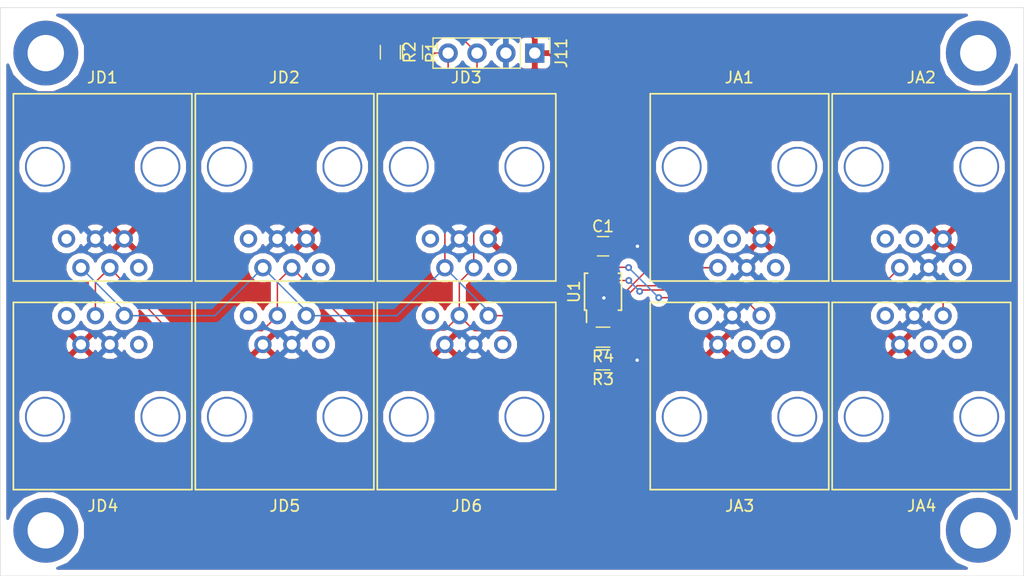
<source format=kicad_pcb>
(kicad_pcb (version 20171130) (host pcbnew 5.0.0-rc2-dev-unknown)

  (general
    (thickness 1.6)
    (drawings 4)
    (tracks 94)
    (zones 0)
    (modules 21)
    (nets 11)
  )

  (page A4)
  (layers
    (0 F.Cu signal)
    (31 B.Cu signal)
    (32 B.Adhes user)
    (33 F.Adhes user)
    (34 B.Paste user)
    (35 F.Paste user)
    (36 B.SilkS user)
    (37 F.SilkS user)
    (38 B.Mask user)
    (39 F.Mask user)
    (40 Dwgs.User user)
    (41 Cmts.User user)
    (42 Eco1.User user)
    (43 Eco2.User user)
    (44 Edge.Cuts user)
    (45 Margin user)
    (46 B.CrtYd user)
    (47 F.CrtYd user)
    (48 B.Fab user)
    (49 F.Fab user)
  )

  (setup
    (last_trace_width 0.127)
    (trace_clearance 0.127)
    (zone_clearance 0.508)
    (zone_45_only no)
    (trace_min 0.127)
    (segment_width 0.05)
    (edge_width 0.05)
    (via_size 0.6)
    (via_drill 0.3)
    (via_min_size 0.6)
    (via_min_drill 0.3)
    (uvia_size 0.6)
    (uvia_drill 0.3)
    (uvias_allowed no)
    (uvia_min_size 0.2)
    (uvia_min_drill 0.1)
    (pcb_text_width 0.3)
    (pcb_text_size 1.5 1.5)
    (mod_edge_width 0.15)
    (mod_text_size 1 1)
    (mod_text_width 0.15)
    (pad_size 5.7 5.7)
    (pad_drill 3.2)
    (pad_to_mask_clearance 0.2)
    (aux_axis_origin 0 0)
    (visible_elements FFFFFF7F)
    (pcbplotparams
      (layerselection 0x010fc_ffffffff)
      (usegerberextensions false)
      (usegerberattributes false)
      (usegerberadvancedattributes false)
      (creategerberjobfile false)
      (excludeedgelayer true)
      (linewidth 0.100000)
      (plotframeref false)
      (viasonmask false)
      (mode 1)
      (useauxorigin false)
      (hpglpennumber 1)
      (hpglpenspeed 20)
      (hpglpendiameter 15)
      (psnegative false)
      (psa4output false)
      (plotreference true)
      (plotvalue true)
      (plotinvisibletext false)
      (padsonsilk false)
      (subtractmaskfromsilk false)
      (outputformat 1)
      (mirror false)
      (drillshape 1)
      (scaleselection 1)
      (outputdirectory ""))
  )

  (net 0 "")
  (net 1 GND)
  (net 2 +3V3)
  (net 3 /SDA)
  (net 4 /SCL)
  (net 5 /AIN0)
  (net 6 /AIN1)
  (net 7 /AIN2)
  (net 8 /AIN3)
  (net 9 "Net-(R3-Pad2)")
  (net 10 "Net-(R4-Pad2)")

  (net_class Default "This is the default net class."
    (clearance 0.127)
    (trace_width 0.127)
    (via_dia 0.6)
    (via_drill 0.3)
    (uvia_dia 0.6)
    (uvia_drill 0.3)
    (add_net +3V3)
    (add_net /AIN0)
    (add_net /AIN1)
    (add_net /AIN2)
    (add_net /AIN3)
    (add_net /SCL)
    (add_net /SDA)
    (add_net GND)
    (add_net "Net-(R3-Pad2)")
    (add_net "Net-(R4-Pad2)")
  )

  (module Mounting_Holes:MountingHole_3.2mm_M3_ISO7380_Pad locked (layer F.Cu) (tedit 5B02F56A) (tstamp 5B15F23F)
    (at 186 104)
    (descr "Mounting Hole 3.2mm, M3, ISO7380")
    (tags "mounting hole 3.2mm m3 iso7380")
    (attr virtual)
    (fp_text reference REF** (at 0 -3.85) (layer F.SilkS) hide
      (effects (font (size 1 1) (thickness 0.15)))
    )
    (fp_text value MountingHole_3.2mm_M3_ISO7380_Pad (at 0 3.85) (layer F.Fab) hide
      (effects (font (size 1 1) (thickness 0.15)))
    )
    (fp_text user %R (at 0.3 0) (layer F.Fab)
      (effects (font (size 1 1) (thickness 0.15)))
    )
    (fp_circle (center 0 0) (end 2.85 0) (layer Cmts.User) (width 0.15))
    (fp_circle (center 0 0) (end 3.1 0) (layer F.CrtYd) (width 0.05))
    (pad "" thru_hole circle (at 0 0) (size 5.7 5.7) (drill 3.2) (layers *.Cu *.Mask))
  )

  (module Mounting_Holes:MountingHole_3.2mm_M3_ISO7380_Pad locked (layer F.Cu) (tedit 5B02F56A) (tstamp 5B15F231)
    (at 186 146)
    (descr "Mounting Hole 3.2mm, M3, ISO7380")
    (tags "mounting hole 3.2mm m3 iso7380")
    (attr virtual)
    (fp_text reference REF** (at 0 -3.85) (layer F.SilkS) hide
      (effects (font (size 1 1) (thickness 0.15)))
    )
    (fp_text value MountingHole_3.2mm_M3_ISO7380_Pad (at 0 3.85) (layer F.Fab) hide
      (effects (font (size 1 1) (thickness 0.15)))
    )
    (fp_text user %R (at 0.3 0) (layer F.Fab)
      (effects (font (size 1 1) (thickness 0.15)))
    )
    (fp_circle (center 0 0) (end 2.85 0) (layer Cmts.User) (width 0.15))
    (fp_circle (center 0 0) (end 3.1 0) (layer F.CrtYd) (width 0.05))
    (pad "" thru_hole circle (at 0 0) (size 5.7 5.7) (drill 3.2) (layers *.Cu *.Mask))
  )

  (module Mounting_Holes:MountingHole_3.2mm_M3_ISO7380_Pad locked (layer F.Cu) (tedit 5B02F56A) (tstamp 5B15F223)
    (at 104 146)
    (descr "Mounting Hole 3.2mm, M3, ISO7380")
    (tags "mounting hole 3.2mm m3 iso7380")
    (attr virtual)
    (fp_text reference REF** (at 0 -3.85) (layer F.SilkS) hide
      (effects (font (size 1 1) (thickness 0.15)))
    )
    (fp_text value MountingHole_3.2mm_M3_ISO7380_Pad (at 0 3.85) (layer F.Fab) hide
      (effects (font (size 1 1) (thickness 0.15)))
    )
    (fp_circle (center 0 0) (end 3.1 0) (layer F.CrtYd) (width 0.05))
    (fp_circle (center 0 0) (end 2.85 0) (layer Cmts.User) (width 0.15))
    (fp_text user %R (at 0.3 0) (layer F.Fab)
      (effects (font (size 1 1) (thickness 0.15)))
    )
    (pad "" thru_hole circle (at 0 0) (size 5.7 5.7) (drill 3.2) (layers *.Cu *.Mask))
  )

  (module Mounting_Holes:MountingHole_3.2mm_M3_ISO7380_Pad locked (layer F.Cu) (tedit 5B02F56A) (tstamp 5B15F1E2)
    (at 104 104)
    (descr "Mounting Hole 3.2mm, M3, ISO7380")
    (tags "mounting hole 3.2mm m3 iso7380")
    (attr virtual)
    (fp_text reference REF** (at 0 -3.85) (layer F.SilkS) hide
      (effects (font (size 1 1) (thickness 0.15)))
    )
    (fp_text value MountingHole_3.2mm_M3_ISO7380_Pad (at 0 3.85) (layer F.Fab) hide
      (effects (font (size 1 1) (thickness 0.15)))
    )
    (fp_text user %R (at 0.3 0) (layer F.Fab)
      (effects (font (size 1 1) (thickness 0.15)))
    )
    (fp_circle (center 0 0) (end 2.85 0) (layer Cmts.User) (width 0.15))
    (fp_circle (center 0 0) (end 3.1 0) (layer F.CrtYd) (width 0.05))
    (pad "" thru_hole circle (at 0 0) (size 5.7 5.7) (drill 3.2) (layers *.Cu *.Mask))
  )

  (module Capacitors_SMD:C_0805_HandSoldering (layer F.Cu) (tedit 58AA84A8) (tstamp 5B0C70EC)
    (at 153 121)
    (descr "Capacitor SMD 0805, hand soldering")
    (tags "capacitor 0805")
    (path /5B03BC7E)
    (attr smd)
    (fp_text reference C1 (at 0 -1.75) (layer F.SilkS)
      (effects (font (size 1 1) (thickness 0.15)))
    )
    (fp_text value 1uF (at 0 1.75) (layer F.Fab)
      (effects (font (size 1 1) (thickness 0.15)))
    )
    (fp_line (start 2.25 0.87) (end -2.25 0.87) (layer F.CrtYd) (width 0.05))
    (fp_line (start 2.25 0.87) (end 2.25 -0.88) (layer F.CrtYd) (width 0.05))
    (fp_line (start -2.25 -0.88) (end -2.25 0.87) (layer F.CrtYd) (width 0.05))
    (fp_line (start -2.25 -0.88) (end 2.25 -0.88) (layer F.CrtYd) (width 0.05))
    (fp_line (start -0.5 0.85) (end 0.5 0.85) (layer F.SilkS) (width 0.12))
    (fp_line (start 0.5 -0.85) (end -0.5 -0.85) (layer F.SilkS) (width 0.12))
    (fp_line (start -1 -0.62) (end 1 -0.62) (layer F.Fab) (width 0.1))
    (fp_line (start 1 -0.62) (end 1 0.62) (layer F.Fab) (width 0.1))
    (fp_line (start 1 0.62) (end -1 0.62) (layer F.Fab) (width 0.1))
    (fp_line (start -1 0.62) (end -1 -0.62) (layer F.Fab) (width 0.1))
    (fp_text user %R (at 0 -1.75) (layer F.Fab)
      (effects (font (size 1 1) (thickness 0.15)))
    )
    (pad 2 smd rect (at 1.25 0) (size 1.5 1.25) (layers F.Cu F.Paste F.Mask)
      (net 1 GND))
    (pad 1 smd rect (at -1.25 0) (size 1.5 1.25) (layers F.Cu F.Paste F.Mask)
      (net 2 +3V3))
    (model Capacitors_SMD.3dshapes/C_0805.wrl
      (at (xyz 0 0 0))
      (scale (xyz 1 1 1))
      (rotate (xyz 0 0 0))
    )
  )

  (module Pin_Headers:Pin_Header_Straight_1x04_Pitch2.54mm (layer F.Cu) (tedit 59650532) (tstamp 5B0C629D)
    (at 147 104 270)
    (descr "Through hole straight pin header, 1x04, 2.54mm pitch, single row")
    (tags "Through hole pin header THT 1x04 2.54mm single row")
    (path /5B03A810)
    (fp_text reference J11 (at 0 -2.33 270) (layer F.SilkS)
      (effects (font (size 1 1) (thickness 0.15)))
    )
    (fp_text value Conn_01x04 (at 0 9.95 270) (layer F.Fab)
      (effects (font (size 1 1) (thickness 0.15)))
    )
    (fp_text user %R (at 0 3.81) (layer F.Fab)
      (effects (font (size 1 1) (thickness 0.15)))
    )
    (fp_line (start 1.8 -1.8) (end -1.8 -1.8) (layer F.CrtYd) (width 0.05))
    (fp_line (start 1.8 9.4) (end 1.8 -1.8) (layer F.CrtYd) (width 0.05))
    (fp_line (start -1.8 9.4) (end 1.8 9.4) (layer F.CrtYd) (width 0.05))
    (fp_line (start -1.8 -1.8) (end -1.8 9.4) (layer F.CrtYd) (width 0.05))
    (fp_line (start -1.33 -1.33) (end 0 -1.33) (layer F.SilkS) (width 0.12))
    (fp_line (start -1.33 0) (end -1.33 -1.33) (layer F.SilkS) (width 0.12))
    (fp_line (start -1.33 1.27) (end 1.33 1.27) (layer F.SilkS) (width 0.12))
    (fp_line (start 1.33 1.27) (end 1.33 8.95) (layer F.SilkS) (width 0.12))
    (fp_line (start -1.33 1.27) (end -1.33 8.95) (layer F.SilkS) (width 0.12))
    (fp_line (start -1.33 8.95) (end 1.33 8.95) (layer F.SilkS) (width 0.12))
    (fp_line (start -1.27 -0.635) (end -0.635 -1.27) (layer F.Fab) (width 0.1))
    (fp_line (start -1.27 8.89) (end -1.27 -0.635) (layer F.Fab) (width 0.1))
    (fp_line (start 1.27 8.89) (end -1.27 8.89) (layer F.Fab) (width 0.1))
    (fp_line (start 1.27 -1.27) (end 1.27 8.89) (layer F.Fab) (width 0.1))
    (fp_line (start -0.635 -1.27) (end 1.27 -1.27) (layer F.Fab) (width 0.1))
    (pad 4 thru_hole oval (at 0 7.62 270) (size 1.7 1.7) (drill 1) (layers *.Cu *.Mask)
      (net 4 /SCL))
    (pad 3 thru_hole oval (at 0 5.08 270) (size 1.7 1.7) (drill 1) (layers *.Cu *.Mask)
      (net 3 /SDA))
    (pad 2 thru_hole oval (at 0 2.54 270) (size 1.7 1.7) (drill 1) (layers *.Cu *.Mask)
      (net 1 GND))
    (pad 1 thru_hole rect (at 0 0 270) (size 1.7 1.7) (drill 1) (layers *.Cu *.Mask)
      (net 2 +3V3))
    (model ${KISYS3DMOD}/Pin_Headers.3dshapes/Pin_Header_Straight_1x04_Pitch2.54mm.wrl
      (at (xyz 0 0 0))
      (scale (xyz 1 1 1))
      (rotate (xyz 0 0 0))
    )
  )

  (module Resistors_SMD:R_0805_HandSoldering (layer F.Cu) (tedit 58E0A804) (tstamp 5B15EC17)
    (at 136.25 103.925 270)
    (descr "Resistor SMD 0805, hand soldering")
    (tags "resistor 0805")
    (path /5B03C081)
    (attr smd)
    (fp_text reference R1 (at 0 -1.7 270) (layer F.SilkS)
      (effects (font (size 1 1) (thickness 0.15)))
    )
    (fp_text value 10K (at 0 1.75 270) (layer F.Fab)
      (effects (font (size 1 1) (thickness 0.15)))
    )
    (fp_line (start 2.35 0.9) (end -2.35 0.9) (layer F.CrtYd) (width 0.05))
    (fp_line (start 2.35 0.9) (end 2.35 -0.9) (layer F.CrtYd) (width 0.05))
    (fp_line (start -2.35 -0.9) (end -2.35 0.9) (layer F.CrtYd) (width 0.05))
    (fp_line (start -2.35 -0.9) (end 2.35 -0.9) (layer F.CrtYd) (width 0.05))
    (fp_line (start -0.6 -0.88) (end 0.6 -0.88) (layer F.SilkS) (width 0.12))
    (fp_line (start 0.6 0.88) (end -0.6 0.88) (layer F.SilkS) (width 0.12))
    (fp_line (start -1 -0.62) (end 1 -0.62) (layer F.Fab) (width 0.1))
    (fp_line (start 1 -0.62) (end 1 0.62) (layer F.Fab) (width 0.1))
    (fp_line (start 1 0.62) (end -1 0.62) (layer F.Fab) (width 0.1))
    (fp_line (start -1 0.62) (end -1 -0.62) (layer F.Fab) (width 0.1))
    (fp_text user %R (at 0 0 270) (layer F.Fab)
      (effects (font (size 0.5 0.5) (thickness 0.075)))
    )
    (pad 2 smd rect (at 1.35 0 270) (size 1.5 1.3) (layers F.Cu F.Paste F.Mask)
      (net 3 /SDA))
    (pad 1 smd rect (at -1.35 0 270) (size 1.5 1.3) (layers F.Cu F.Paste F.Mask)
      (net 2 +3V3))
    (model ${KISYS3DMOD}/Resistors_SMD.3dshapes/R_0805.wrl
      (at (xyz 0 0 0))
      (scale (xyz 1 1 1))
      (rotate (xyz 0 0 0))
    )
  )

  (module Resistors_SMD:R_0805_HandSoldering (layer F.Cu) (tedit 58E0A804) (tstamp 5B16040C)
    (at 134.3 103.925 270)
    (descr "Resistor SMD 0805, hand soldering")
    (tags "resistor 0805")
    (path /5B03C04D)
    (attr smd)
    (fp_text reference R2 (at 0 -1.7 270) (layer F.SilkS)
      (effects (font (size 1 1) (thickness 0.15)))
    )
    (fp_text value 10K (at 0 1.75 270) (layer F.Fab)
      (effects (font (size 1 1) (thickness 0.15)))
    )
    (fp_text user %R (at 0 0 270) (layer F.Fab)
      (effects (font (size 0.5 0.5) (thickness 0.075)))
    )
    (fp_line (start -1 0.62) (end -1 -0.62) (layer F.Fab) (width 0.1))
    (fp_line (start 1 0.62) (end -1 0.62) (layer F.Fab) (width 0.1))
    (fp_line (start 1 -0.62) (end 1 0.62) (layer F.Fab) (width 0.1))
    (fp_line (start -1 -0.62) (end 1 -0.62) (layer F.Fab) (width 0.1))
    (fp_line (start 0.6 0.88) (end -0.6 0.88) (layer F.SilkS) (width 0.12))
    (fp_line (start -0.6 -0.88) (end 0.6 -0.88) (layer F.SilkS) (width 0.12))
    (fp_line (start -2.35 -0.9) (end 2.35 -0.9) (layer F.CrtYd) (width 0.05))
    (fp_line (start -2.35 -0.9) (end -2.35 0.9) (layer F.CrtYd) (width 0.05))
    (fp_line (start 2.35 0.9) (end 2.35 -0.9) (layer F.CrtYd) (width 0.05))
    (fp_line (start 2.35 0.9) (end -2.35 0.9) (layer F.CrtYd) (width 0.05))
    (pad 1 smd rect (at -1.35 0 270) (size 1.5 1.3) (layers F.Cu F.Paste F.Mask)
      (net 2 +3V3))
    (pad 2 smd rect (at 1.35 0 270) (size 1.5 1.3) (layers F.Cu F.Paste F.Mask)
      (net 4 /SCL))
    (model ${KISYS3DMOD}/Resistors_SMD.3dshapes/R_0805.wrl
      (at (xyz 0 0 0))
      (scale (xyz 1 1 1))
      (rotate (xyz 0 0 0))
    )
  )

  (module Resistors_SMD:R_0805_HandSoldering (layer F.Cu) (tedit 58E0A804) (tstamp 5B15F4F1)
    (at 153 131 180)
    (descr "Resistor SMD 0805, hand soldering")
    (tags "resistor 0805")
    (path /5B03BFBB)
    (attr smd)
    (fp_text reference R3 (at 0 -1.7 180) (layer F.SilkS)
      (effects (font (size 1 1) (thickness 0.15)))
    )
    (fp_text value 10K (at 0 1.75 180) (layer F.Fab)
      (effects (font (size 1 1) (thickness 0.15)))
    )
    (fp_text user %R (at 0 0 180) (layer F.Fab)
      (effects (font (size 0.5 0.5) (thickness 0.075)))
    )
    (fp_line (start -1 0.62) (end -1 -0.62) (layer F.Fab) (width 0.1))
    (fp_line (start 1 0.62) (end -1 0.62) (layer F.Fab) (width 0.1))
    (fp_line (start 1 -0.62) (end 1 0.62) (layer F.Fab) (width 0.1))
    (fp_line (start -1 -0.62) (end 1 -0.62) (layer F.Fab) (width 0.1))
    (fp_line (start 0.6 0.88) (end -0.6 0.88) (layer F.SilkS) (width 0.12))
    (fp_line (start -0.6 -0.88) (end 0.6 -0.88) (layer F.SilkS) (width 0.12))
    (fp_line (start -2.35 -0.9) (end 2.35 -0.9) (layer F.CrtYd) (width 0.05))
    (fp_line (start -2.35 -0.9) (end -2.35 0.9) (layer F.CrtYd) (width 0.05))
    (fp_line (start 2.35 0.9) (end 2.35 -0.9) (layer F.CrtYd) (width 0.05))
    (fp_line (start 2.35 0.9) (end -2.35 0.9) (layer F.CrtYd) (width 0.05))
    (pad 1 smd rect (at -1.35 0 180) (size 1.5 1.3) (layers F.Cu F.Paste F.Mask)
      (net 1 GND))
    (pad 2 smd rect (at 1.35 0 180) (size 1.5 1.3) (layers F.Cu F.Paste F.Mask)
      (net 9 "Net-(R3-Pad2)"))
    (model ${KISYS3DMOD}/Resistors_SMD.3dshapes/R_0805.wrl
      (at (xyz 0 0 0))
      (scale (xyz 1 1 1))
      (rotate (xyz 0 0 0))
    )
  )

  (module Resistors_SMD:R_0805_HandSoldering (layer F.Cu) (tedit 58E0A804) (tstamp 5B0C62F9)
    (at 153 129 180)
    (descr "Resistor SMD 0805, hand soldering")
    (tags "resistor 0805")
    (path /5B03F443)
    (attr smd)
    (fp_text reference R4 (at 0 -1.7 180) (layer F.SilkS)
      (effects (font (size 1 1) (thickness 0.15)))
    )
    (fp_text value 10K (at 0 1.75 180) (layer F.Fab)
      (effects (font (size 1 1) (thickness 0.15)))
    )
    (fp_text user %R (at 0 0 180) (layer F.Fab)
      (effects (font (size 0.5 0.5) (thickness 0.075)))
    )
    (fp_line (start -1 0.62) (end -1 -0.62) (layer F.Fab) (width 0.1))
    (fp_line (start 1 0.62) (end -1 0.62) (layer F.Fab) (width 0.1))
    (fp_line (start 1 -0.62) (end 1 0.62) (layer F.Fab) (width 0.1))
    (fp_line (start -1 -0.62) (end 1 -0.62) (layer F.Fab) (width 0.1))
    (fp_line (start 0.6 0.88) (end -0.6 0.88) (layer F.SilkS) (width 0.12))
    (fp_line (start -0.6 -0.88) (end 0.6 -0.88) (layer F.SilkS) (width 0.12))
    (fp_line (start -2.35 -0.9) (end 2.35 -0.9) (layer F.CrtYd) (width 0.05))
    (fp_line (start -2.35 -0.9) (end -2.35 0.9) (layer F.CrtYd) (width 0.05))
    (fp_line (start 2.35 0.9) (end 2.35 -0.9) (layer F.CrtYd) (width 0.05))
    (fp_line (start 2.35 0.9) (end -2.35 0.9) (layer F.CrtYd) (width 0.05))
    (pad 1 smd rect (at -1.35 0 180) (size 1.5 1.3) (layers F.Cu F.Paste F.Mask)
      (net 2 +3V3))
    (pad 2 smd rect (at 1.35 0 180) (size 1.5 1.3) (layers F.Cu F.Paste F.Mask)
      (net 10 "Net-(R4-Pad2)"))
    (model ${KISYS3DMOD}/Resistors_SMD.3dshapes/R_0805.wrl
      (at (xyz 0 0 0))
      (scale (xyz 1 1 1))
      (rotate (xyz 0 0 0))
    )
  )

  (module Housings_SSOP:TSSOP-10_3x3mm_Pitch0.5mm (layer F.Cu) (tedit 54130A77) (tstamp 5B15EB34)
    (at 153 125 90)
    (descr "TSSOP10: plastic thin shrink small outline package; 10 leads; body width 3 mm; (see NXP SSOP-TSSOP-VSO-REFLOW.pdf and sot552-1_po.pdf)")
    (tags "SSOP 0.5")
    (path /5B03B531)
    (attr smd)
    (fp_text reference U1 (at 0 -2.55 90) (layer F.SilkS)
      (effects (font (size 1 1) (thickness 0.15)))
    )
    (fp_text value ADS1015IDGST (at 0 2.55 90) (layer F.Fab)
      (effects (font (size 1 1) (thickness 0.15)))
    )
    (fp_line (start -0.5 -1.5) (end 1.5 -1.5) (layer F.Fab) (width 0.15))
    (fp_line (start 1.5 -1.5) (end 1.5 1.5) (layer F.Fab) (width 0.15))
    (fp_line (start 1.5 1.5) (end -1.5 1.5) (layer F.Fab) (width 0.15))
    (fp_line (start -1.5 1.5) (end -1.5 -0.5) (layer F.Fab) (width 0.15))
    (fp_line (start -1.5 -0.5) (end -0.5 -1.5) (layer F.Fab) (width 0.15))
    (fp_line (start -2.95 -1.8) (end -2.95 1.8) (layer F.CrtYd) (width 0.05))
    (fp_line (start 2.95 -1.8) (end 2.95 1.8) (layer F.CrtYd) (width 0.05))
    (fp_line (start -2.95 -1.8) (end 2.95 -1.8) (layer F.CrtYd) (width 0.05))
    (fp_line (start -2.95 1.8) (end 2.95 1.8) (layer F.CrtYd) (width 0.05))
    (fp_line (start -1.625 -1.625) (end -1.625 -1.45) (layer F.SilkS) (width 0.15))
    (fp_line (start 1.625 -1.625) (end 1.625 -1.35) (layer F.SilkS) (width 0.15))
    (fp_line (start 1.625 1.625) (end 1.625 1.35) (layer F.SilkS) (width 0.15))
    (fp_line (start -1.625 1.625) (end -1.625 1.35) (layer F.SilkS) (width 0.15))
    (fp_line (start -1.625 -1.625) (end 1.625 -1.625) (layer F.SilkS) (width 0.15))
    (fp_line (start -1.625 1.625) (end 1.625 1.625) (layer F.SilkS) (width 0.15))
    (fp_line (start -1.625 -1.45) (end -2.7 -1.45) (layer F.SilkS) (width 0.15))
    (fp_text user %R (at 0 0 90) (layer F.Fab)
      (effects (font (size 0.6 0.6) (thickness 0.15)))
    )
    (pad 1 smd rect (at -2.15 -1 90) (size 1.1 0.25) (layers F.Cu F.Paste F.Mask)
      (net 9 "Net-(R3-Pad2)"))
    (pad 2 smd rect (at -2.15 -0.5 90) (size 1.1 0.25) (layers F.Cu F.Paste F.Mask)
      (net 10 "Net-(R4-Pad2)"))
    (pad 3 smd rect (at -2.15 0 90) (size 1.1 0.25) (layers F.Cu F.Paste F.Mask)
      (net 1 GND))
    (pad 4 smd rect (at -2.15 0.5 90) (size 1.1 0.25) (layers F.Cu F.Paste F.Mask)
      (net 5 /AIN0))
    (pad 5 smd rect (at -2.15 1 90) (size 1.1 0.25) (layers F.Cu F.Paste F.Mask)
      (net 6 /AIN1))
    (pad 6 smd rect (at 2.15 1 90) (size 1.1 0.25) (layers F.Cu F.Paste F.Mask)
      (net 7 /AIN2))
    (pad 7 smd rect (at 2.15 0.5 90) (size 1.1 0.25) (layers F.Cu F.Paste F.Mask)
      (net 8 /AIN3))
    (pad 8 smd rect (at 2.15 0 90) (size 1.1 0.25) (layers F.Cu F.Paste F.Mask)
      (net 2 +3V3))
    (pad 9 smd rect (at 2.15 -0.5 90) (size 1.1 0.25) (layers F.Cu F.Paste F.Mask)
      (net 3 /SDA))
    (pad 10 smd rect (at 2.15 -1 90) (size 1.1 0.25) (layers F.Cu F.Paste F.Mask)
      (net 4 /SCL))
    (model ${KISYS3DMOD}/Housings_SSOP.3dshapes/TSSOP-10_3x3mm_Pitch0.5mm.wrl
      (at (xyz 0 0 0))
      (scale (xyz 1 1 1))
      (rotate (xyz 0 0 0))
    )
  )

  (module 5222:5222-6P6C (layer F.Cu) (tedit 5AFFBEF8) (tstamp 5B15E912)
    (at 165 114 180)
    (path /5B036D52)
    (fp_text reference JA1 (at 0.02 7.85 180) (layer F.SilkS)
      (effects (font (size 1 1) (thickness 0.15)))
    )
    (fp_text value 5222-6P6C (at -0.05 -11.41 180) (layer F.Fab)
      (effects (font (size 1 1) (thickness 0.15)))
    )
    (fp_line (start 7.85 -10.06) (end -7.85 -10.06) (layer F.SilkS) (width 0.15))
    (fp_line (start 7.85 6.42) (end 7.85 -10.06) (layer F.SilkS) (width 0.15))
    (fp_line (start -7.85 6.42) (end 7.85 6.42) (layer F.SilkS) (width 0.15))
    (fp_line (start -7.85 -10.06) (end -7.85 6.42) (layer F.SilkS) (width 0.15))
    (fp_line (start 7.85 -10.06) (end -7.85 -10.06) (layer F.CrtYd) (width 0.15))
    (fp_line (start 7.85 6.42) (end 7.85 -10.06) (layer F.CrtYd) (width 0.15))
    (fp_line (start -7.85 6.42) (end 7.85 6.42) (layer F.CrtYd) (width 0.15))
    (fp_line (start -7.85 -10.06) (end -7.85 6.42) (layer F.CrtYd) (width 0.15))
    (pad "" np_thru_hole circle (at -5.08 0 180) (size 3.5 3.5) (drill 3.17) (layers *.Cu *.Mask))
    (pad "" np_thru_hole circle (at 5.08 0 180) (size 3.5 3.5) (drill 3.17) (layers *.Cu *.Mask))
    (pad 6 thru_hole circle (at 3.175 -6.35 180) (size 1.524 1.524) (drill 0.9) (layers *.Cu *.Mask))
    (pad 5 thru_hole circle (at 1.905 -8.89 180) (size 1.524 1.524) (drill 0.9) (layers *.Cu *.Mask)
      (net 5 /AIN0))
    (pad 4 thru_hole circle (at 0.635 -6.35 180) (size 1.524 1.524) (drill 0.9) (layers *.Cu *.Mask))
    (pad 3 thru_hole circle (at -0.635 -8.89 180) (size 1.524 1.524) (drill 0.9) (layers *.Cu *.Mask)
      (net 1 GND))
    (pad 2 thru_hole circle (at -1.905 -6.35 180) (size 1.524 1.524) (drill 0.9) (layers *.Cu *.Mask)
      (net 2 +3V3))
    (pad 1 thru_hole circle (at -3.175 -8.89 180) (size 1.524 1.524) (drill 0.9) (layers *.Cu *.Mask))
  )

  (module 5222:5222-6P6C (layer F.Cu) (tedit 5AFFBEF8) (tstamp 5B15E8D9)
    (at 181 114 180)
    (path /5B039EA0)
    (fp_text reference JA2 (at 0.02 7.85 180) (layer F.SilkS)
      (effects (font (size 1 1) (thickness 0.15)))
    )
    (fp_text value 5222-6P6C (at -0.05 -11.41 180) (layer F.Fab)
      (effects (font (size 1 1) (thickness 0.15)))
    )
    (fp_line (start 7.85 -10.06) (end -7.85 -10.06) (layer F.SilkS) (width 0.15))
    (fp_line (start 7.85 6.42) (end 7.85 -10.06) (layer F.SilkS) (width 0.15))
    (fp_line (start -7.85 6.42) (end 7.85 6.42) (layer F.SilkS) (width 0.15))
    (fp_line (start -7.85 -10.06) (end -7.85 6.42) (layer F.SilkS) (width 0.15))
    (fp_line (start 7.85 -10.06) (end -7.85 -10.06) (layer F.CrtYd) (width 0.15))
    (fp_line (start 7.85 6.42) (end 7.85 -10.06) (layer F.CrtYd) (width 0.15))
    (fp_line (start -7.85 6.42) (end 7.85 6.42) (layer F.CrtYd) (width 0.15))
    (fp_line (start -7.85 -10.06) (end -7.85 6.42) (layer F.CrtYd) (width 0.15))
    (pad "" np_thru_hole circle (at -5.08 0 180) (size 3.5 3.5) (drill 3.17) (layers *.Cu *.Mask))
    (pad "" np_thru_hole circle (at 5.08 0 180) (size 3.5 3.5) (drill 3.17) (layers *.Cu *.Mask))
    (pad 6 thru_hole circle (at 3.175 -6.35 180) (size 1.524 1.524) (drill 0.9) (layers *.Cu *.Mask))
    (pad 5 thru_hole circle (at 1.905 -8.89 180) (size 1.524 1.524) (drill 0.9) (layers *.Cu *.Mask)
      (net 6 /AIN1))
    (pad 4 thru_hole circle (at 0.635 -6.35 180) (size 1.524 1.524) (drill 0.9) (layers *.Cu *.Mask))
    (pad 3 thru_hole circle (at -0.635 -8.89 180) (size 1.524 1.524) (drill 0.9) (layers *.Cu *.Mask)
      (net 1 GND))
    (pad 2 thru_hole circle (at -1.905 -6.35 180) (size 1.524 1.524) (drill 0.9) (layers *.Cu *.Mask)
      (net 2 +3V3))
    (pad 1 thru_hole circle (at -3.175 -8.89 180) (size 1.524 1.524) (drill 0.9) (layers *.Cu *.Mask))
  )

  (module 5222:5222-6P6C (layer F.Cu) (tedit 5AFFBEF8) (tstamp 5B15E8A0)
    (at 165 136)
    (path /5B039F23)
    (fp_text reference JA3 (at 0.02 7.85) (layer F.SilkS)
      (effects (font (size 1 1) (thickness 0.15)))
    )
    (fp_text value 5222-6P6C (at -0.05 -11.41) (layer F.Fab)
      (effects (font (size 1 1) (thickness 0.15)))
    )
    (fp_line (start -7.85 -10.06) (end -7.85 6.42) (layer F.CrtYd) (width 0.15))
    (fp_line (start -7.85 6.42) (end 7.85 6.42) (layer F.CrtYd) (width 0.15))
    (fp_line (start 7.85 6.42) (end 7.85 -10.06) (layer F.CrtYd) (width 0.15))
    (fp_line (start 7.85 -10.06) (end -7.85 -10.06) (layer F.CrtYd) (width 0.15))
    (fp_line (start -7.85 -10.06) (end -7.85 6.42) (layer F.SilkS) (width 0.15))
    (fp_line (start -7.85 6.42) (end 7.85 6.42) (layer F.SilkS) (width 0.15))
    (fp_line (start 7.85 6.42) (end 7.85 -10.06) (layer F.SilkS) (width 0.15))
    (fp_line (start 7.85 -10.06) (end -7.85 -10.06) (layer F.SilkS) (width 0.15))
    (pad 1 thru_hole circle (at -3.175 -8.89) (size 1.524 1.524) (drill 0.9) (layers *.Cu *.Mask))
    (pad 2 thru_hole circle (at -1.905 -6.35) (size 1.524 1.524) (drill 0.9) (layers *.Cu *.Mask)
      (net 2 +3V3))
    (pad 3 thru_hole circle (at -0.635 -8.89) (size 1.524 1.524) (drill 0.9) (layers *.Cu *.Mask)
      (net 1 GND))
    (pad 4 thru_hole circle (at 0.635 -6.35) (size 1.524 1.524) (drill 0.9) (layers *.Cu *.Mask))
    (pad 5 thru_hole circle (at 1.905 -8.89) (size 1.524 1.524) (drill 0.9) (layers *.Cu *.Mask)
      (net 7 /AIN2))
    (pad 6 thru_hole circle (at 3.175 -6.35) (size 1.524 1.524) (drill 0.9) (layers *.Cu *.Mask))
    (pad "" np_thru_hole circle (at 5.08 0) (size 3.5 3.5) (drill 3.17) (layers *.Cu *.Mask))
    (pad "" np_thru_hole circle (at -5.08 0) (size 3.5 3.5) (drill 3.17) (layers *.Cu *.Mask))
  )

  (module 5222:5222-6P6C (layer F.Cu) (tedit 5AFFBEF8) (tstamp 5B15E867)
    (at 181 136)
    (path /5B039F2C)
    (fp_text reference JA4 (at 0.02 7.85) (layer F.SilkS)
      (effects (font (size 1 1) (thickness 0.15)))
    )
    (fp_text value 5222-6P6C (at -0.05 -11.41) (layer F.Fab)
      (effects (font (size 1 1) (thickness 0.15)))
    )
    (fp_line (start 7.85 -10.06) (end -7.85 -10.06) (layer F.SilkS) (width 0.15))
    (fp_line (start 7.85 6.42) (end 7.85 -10.06) (layer F.SilkS) (width 0.15))
    (fp_line (start -7.85 6.42) (end 7.85 6.42) (layer F.SilkS) (width 0.15))
    (fp_line (start -7.85 -10.06) (end -7.85 6.42) (layer F.SilkS) (width 0.15))
    (fp_line (start 7.85 -10.06) (end -7.85 -10.06) (layer F.CrtYd) (width 0.15))
    (fp_line (start 7.85 6.42) (end 7.85 -10.06) (layer F.CrtYd) (width 0.15))
    (fp_line (start -7.85 6.42) (end 7.85 6.42) (layer F.CrtYd) (width 0.15))
    (fp_line (start -7.85 -10.06) (end -7.85 6.42) (layer F.CrtYd) (width 0.15))
    (pad "" np_thru_hole circle (at -5.08 0) (size 3.5 3.5) (drill 3.17) (layers *.Cu *.Mask))
    (pad "" np_thru_hole circle (at 5.08 0) (size 3.5 3.5) (drill 3.17) (layers *.Cu *.Mask))
    (pad 6 thru_hole circle (at 3.175 -6.35) (size 1.524 1.524) (drill 0.9) (layers *.Cu *.Mask))
    (pad 5 thru_hole circle (at 1.905 -8.89) (size 1.524 1.524) (drill 0.9) (layers *.Cu *.Mask)
      (net 8 /AIN3))
    (pad 4 thru_hole circle (at 0.635 -6.35) (size 1.524 1.524) (drill 0.9) (layers *.Cu *.Mask))
    (pad 3 thru_hole circle (at -0.635 -8.89) (size 1.524 1.524) (drill 0.9) (layers *.Cu *.Mask)
      (net 1 GND))
    (pad 2 thru_hole circle (at -1.905 -6.35) (size 1.524 1.524) (drill 0.9) (layers *.Cu *.Mask)
      (net 2 +3V3))
    (pad 1 thru_hole circle (at -3.175 -8.89) (size 1.524 1.524) (drill 0.9) (layers *.Cu *.Mask))
  )

  (module 5222:5222-6P6C (layer F.Cu) (tedit 5AFFBEF8) (tstamp 5B0C77A9)
    (at 109 114 180)
    (path /5B03692D)
    (fp_text reference JD1 (at 0.02 7.85 180) (layer F.SilkS)
      (effects (font (size 1 1) (thickness 0.15)))
    )
    (fp_text value 5222-6P6C (at -0.05 -11.41 180) (layer F.Fab)
      (effects (font (size 1 1) (thickness 0.15)))
    )
    (fp_line (start 7.85 -10.06) (end -7.85 -10.06) (layer F.SilkS) (width 0.15))
    (fp_line (start 7.85 6.42) (end 7.85 -10.06) (layer F.SilkS) (width 0.15))
    (fp_line (start -7.85 6.42) (end 7.85 6.42) (layer F.SilkS) (width 0.15))
    (fp_line (start -7.85 -10.06) (end -7.85 6.42) (layer F.SilkS) (width 0.15))
    (fp_line (start 7.85 -10.06) (end -7.85 -10.06) (layer F.CrtYd) (width 0.15))
    (fp_line (start 7.85 6.42) (end 7.85 -10.06) (layer F.CrtYd) (width 0.15))
    (fp_line (start -7.85 6.42) (end 7.85 6.42) (layer F.CrtYd) (width 0.15))
    (fp_line (start -7.85 -10.06) (end -7.85 6.42) (layer F.CrtYd) (width 0.15))
    (pad "" np_thru_hole circle (at -5.08 0 180) (size 3.5 3.5) (drill 3.17) (layers *.Cu *.Mask))
    (pad "" np_thru_hole circle (at 5.08 0 180) (size 3.5 3.5) (drill 3.17) (layers *.Cu *.Mask))
    (pad 6 thru_hole circle (at 3.175 -6.35 180) (size 1.524 1.524) (drill 0.9) (layers *.Cu *.Mask))
    (pad 5 thru_hole circle (at 1.905 -8.89 180) (size 1.524 1.524) (drill 0.9) (layers *.Cu *.Mask)
      (net 4 /SCL))
    (pad 4 thru_hole circle (at 0.635 -6.35 180) (size 1.524 1.524) (drill 0.9) (layers *.Cu *.Mask)
      (net 1 GND))
    (pad 3 thru_hole circle (at -0.635 -8.89 180) (size 1.524 1.524) (drill 0.9) (layers *.Cu *.Mask)
      (net 3 /SDA))
    (pad 2 thru_hole circle (at -1.905 -6.35 180) (size 1.524 1.524) (drill 0.9) (layers *.Cu *.Mask)
      (net 2 +3V3))
    (pad 1 thru_hole circle (at -3.175 -8.89 180) (size 1.524 1.524) (drill 0.9) (layers *.Cu *.Mask))
  )

  (module 5222:5222-6P6C (layer F.Cu) (tedit 5AFFBEF8) (tstamp 5B0C6703)
    (at 125 114 180)
    (path /5B038994)
    (fp_text reference JD2 (at 0.02 7.85 180) (layer F.SilkS)
      (effects (font (size 1 1) (thickness 0.15)))
    )
    (fp_text value 5222-6P6C (at -0.05 -11.41 180) (layer F.Fab)
      (effects (font (size 1 1) (thickness 0.15)))
    )
    (fp_line (start -7.85 -10.06) (end -7.85 6.42) (layer F.CrtYd) (width 0.15))
    (fp_line (start -7.85 6.42) (end 7.85 6.42) (layer F.CrtYd) (width 0.15))
    (fp_line (start 7.85 6.42) (end 7.85 -10.06) (layer F.CrtYd) (width 0.15))
    (fp_line (start 7.85 -10.06) (end -7.85 -10.06) (layer F.CrtYd) (width 0.15))
    (fp_line (start -7.85 -10.06) (end -7.85 6.42) (layer F.SilkS) (width 0.15))
    (fp_line (start -7.85 6.42) (end 7.85 6.42) (layer F.SilkS) (width 0.15))
    (fp_line (start 7.85 6.42) (end 7.85 -10.06) (layer F.SilkS) (width 0.15))
    (fp_line (start 7.85 -10.06) (end -7.85 -10.06) (layer F.SilkS) (width 0.15))
    (pad 1 thru_hole circle (at -3.175 -8.89 180) (size 1.524 1.524) (drill 0.9) (layers *.Cu *.Mask))
    (pad 2 thru_hole circle (at -1.905 -6.35 180) (size 1.524 1.524) (drill 0.9) (layers *.Cu *.Mask)
      (net 2 +3V3))
    (pad 3 thru_hole circle (at -0.635 -8.89 180) (size 1.524 1.524) (drill 0.9) (layers *.Cu *.Mask)
      (net 3 /SDA))
    (pad 4 thru_hole circle (at 0.635 -6.35 180) (size 1.524 1.524) (drill 0.9) (layers *.Cu *.Mask)
      (net 1 GND))
    (pad 5 thru_hole circle (at 1.905 -8.89 180) (size 1.524 1.524) (drill 0.9) (layers *.Cu *.Mask)
      (net 4 /SCL))
    (pad 6 thru_hole circle (at 3.175 -6.35 180) (size 1.524 1.524) (drill 0.9) (layers *.Cu *.Mask))
    (pad "" np_thru_hole circle (at 5.08 0 180) (size 3.5 3.5) (drill 3.17) (layers *.Cu *.Mask))
    (pad "" np_thru_hole circle (at -5.08 0 180) (size 3.5 3.5) (drill 3.17) (layers *.Cu *.Mask))
  )

  (module 5222:5222-6P6C (layer F.Cu) (tedit 5AFFBEF8) (tstamp 5B0C6717)
    (at 141 114 180)
    (path /5B038A40)
    (fp_text reference JD3 (at 0.02 7.85 180) (layer F.SilkS)
      (effects (font (size 1 1) (thickness 0.15)))
    )
    (fp_text value 5222-6P6C (at -0.05 -11.41 180) (layer F.Fab)
      (effects (font (size 1 1) (thickness 0.15)))
    )
    (fp_line (start 7.85 -10.06) (end -7.85 -10.06) (layer F.SilkS) (width 0.15))
    (fp_line (start 7.85 6.42) (end 7.85 -10.06) (layer F.SilkS) (width 0.15))
    (fp_line (start -7.85 6.42) (end 7.85 6.42) (layer F.SilkS) (width 0.15))
    (fp_line (start -7.85 -10.06) (end -7.85 6.42) (layer F.SilkS) (width 0.15))
    (fp_line (start 7.85 -10.06) (end -7.85 -10.06) (layer F.CrtYd) (width 0.15))
    (fp_line (start 7.85 6.42) (end 7.85 -10.06) (layer F.CrtYd) (width 0.15))
    (fp_line (start -7.85 6.42) (end 7.85 6.42) (layer F.CrtYd) (width 0.15))
    (fp_line (start -7.85 -10.06) (end -7.85 6.42) (layer F.CrtYd) (width 0.15))
    (pad "" np_thru_hole circle (at -5.08 0 180) (size 3.5 3.5) (drill 3.17) (layers *.Cu *.Mask))
    (pad "" np_thru_hole circle (at 5.08 0 180) (size 3.5 3.5) (drill 3.17) (layers *.Cu *.Mask))
    (pad 6 thru_hole circle (at 3.175 -6.35 180) (size 1.524 1.524) (drill 0.9) (layers *.Cu *.Mask))
    (pad 5 thru_hole circle (at 1.905 -8.89 180) (size 1.524 1.524) (drill 0.9) (layers *.Cu *.Mask)
      (net 4 /SCL))
    (pad 4 thru_hole circle (at 0.635 -6.35 180) (size 1.524 1.524) (drill 0.9) (layers *.Cu *.Mask)
      (net 1 GND))
    (pad 3 thru_hole circle (at -0.635 -8.89 180) (size 1.524 1.524) (drill 0.9) (layers *.Cu *.Mask)
      (net 3 /SDA))
    (pad 2 thru_hole circle (at -1.905 -6.35 180) (size 1.524 1.524) (drill 0.9) (layers *.Cu *.Mask)
      (net 2 +3V3))
    (pad 1 thru_hole circle (at -3.175 -8.89 180) (size 1.524 1.524) (drill 0.9) (layers *.Cu *.Mask))
  )

  (module 5222:5222-6P6C (layer F.Cu) (tedit 5AFFBEF8) (tstamp 5B1600F8)
    (at 109 136)
    (path /5B038A4C)
    (fp_text reference JD4 (at 0.02 7.85) (layer F.SilkS)
      (effects (font (size 1 1) (thickness 0.15)))
    )
    (fp_text value 5222-6P6C (at -0.05 -11.41) (layer F.Fab)
      (effects (font (size 1 1) (thickness 0.15)))
    )
    (fp_line (start -7.85 -10.06) (end -7.85 6.42) (layer F.CrtYd) (width 0.15))
    (fp_line (start -7.85 6.42) (end 7.85 6.42) (layer F.CrtYd) (width 0.15))
    (fp_line (start 7.85 6.42) (end 7.85 -10.06) (layer F.CrtYd) (width 0.15))
    (fp_line (start 7.85 -10.06) (end -7.85 -10.06) (layer F.CrtYd) (width 0.15))
    (fp_line (start -7.85 -10.06) (end -7.85 6.42) (layer F.SilkS) (width 0.15))
    (fp_line (start -7.85 6.42) (end 7.85 6.42) (layer F.SilkS) (width 0.15))
    (fp_line (start 7.85 6.42) (end 7.85 -10.06) (layer F.SilkS) (width 0.15))
    (fp_line (start 7.85 -10.06) (end -7.85 -10.06) (layer F.SilkS) (width 0.15))
    (pad 1 thru_hole circle (at -3.175 -8.89) (size 1.524 1.524) (drill 0.9) (layers *.Cu *.Mask))
    (pad 2 thru_hole circle (at -1.905 -6.35) (size 1.524 1.524) (drill 0.9) (layers *.Cu *.Mask)
      (net 2 +3V3))
    (pad 3 thru_hole circle (at -0.635 -8.89) (size 1.524 1.524) (drill 0.9) (layers *.Cu *.Mask)
      (net 3 /SDA))
    (pad 4 thru_hole circle (at 0.635 -6.35) (size 1.524 1.524) (drill 0.9) (layers *.Cu *.Mask)
      (net 1 GND))
    (pad 5 thru_hole circle (at 1.905 -8.89) (size 1.524 1.524) (drill 0.9) (layers *.Cu *.Mask)
      (net 4 /SCL))
    (pad 6 thru_hole circle (at 3.175 -6.35) (size 1.524 1.524) (drill 0.9) (layers *.Cu *.Mask))
    (pad "" np_thru_hole circle (at 5.08 0) (size 3.5 3.5) (drill 3.17) (layers *.Cu *.Mask))
    (pad "" np_thru_hole circle (at -5.08 0) (size 3.5 3.5) (drill 3.17) (layers *.Cu *.Mask))
  )

  (module 5222:5222-6P6C (layer F.Cu) (tedit 5AFFBEF8) (tstamp 5B0C673F)
    (at 125 136)
    (path /5B038B08)
    (fp_text reference JD5 (at 0.02 7.85) (layer F.SilkS)
      (effects (font (size 1 1) (thickness 0.15)))
    )
    (fp_text value 5222-6P6C (at -0.05 -11.41) (layer F.Fab)
      (effects (font (size 1 1) (thickness 0.15)))
    )
    (fp_line (start 7.85 -10.06) (end -7.85 -10.06) (layer F.SilkS) (width 0.15))
    (fp_line (start 7.85 6.42) (end 7.85 -10.06) (layer F.SilkS) (width 0.15))
    (fp_line (start -7.85 6.42) (end 7.85 6.42) (layer F.SilkS) (width 0.15))
    (fp_line (start -7.85 -10.06) (end -7.85 6.42) (layer F.SilkS) (width 0.15))
    (fp_line (start 7.85 -10.06) (end -7.85 -10.06) (layer F.CrtYd) (width 0.15))
    (fp_line (start 7.85 6.42) (end 7.85 -10.06) (layer F.CrtYd) (width 0.15))
    (fp_line (start -7.85 6.42) (end 7.85 6.42) (layer F.CrtYd) (width 0.15))
    (fp_line (start -7.85 -10.06) (end -7.85 6.42) (layer F.CrtYd) (width 0.15))
    (pad "" np_thru_hole circle (at -5.08 0) (size 3.5 3.5) (drill 3.17) (layers *.Cu *.Mask))
    (pad "" np_thru_hole circle (at 5.08 0) (size 3.5 3.5) (drill 3.17) (layers *.Cu *.Mask))
    (pad 6 thru_hole circle (at 3.175 -6.35) (size 1.524 1.524) (drill 0.9) (layers *.Cu *.Mask))
    (pad 5 thru_hole circle (at 1.905 -8.89) (size 1.524 1.524) (drill 0.9) (layers *.Cu *.Mask)
      (net 4 /SCL))
    (pad 4 thru_hole circle (at 0.635 -6.35) (size 1.524 1.524) (drill 0.9) (layers *.Cu *.Mask)
      (net 1 GND))
    (pad 3 thru_hole circle (at -0.635 -8.89) (size 1.524 1.524) (drill 0.9) (layers *.Cu *.Mask)
      (net 3 /SDA))
    (pad 2 thru_hole circle (at -1.905 -6.35) (size 1.524 1.524) (drill 0.9) (layers *.Cu *.Mask)
      (net 2 +3V3))
    (pad 1 thru_hole circle (at -3.175 -8.89) (size 1.524 1.524) (drill 0.9) (layers *.Cu *.Mask))
  )

  (module 5222:5222-6P6C (layer F.Cu) (tedit 5AFFBEF8) (tstamp 5B0C6753)
    (at 141 136)
    (path /5B038B14)
    (fp_text reference JD6 (at 0.02 7.85) (layer F.SilkS)
      (effects (font (size 1 1) (thickness 0.15)))
    )
    (fp_text value 5222-6P6C (at -0.05 -11.41) (layer F.Fab)
      (effects (font (size 1 1) (thickness 0.15)))
    )
    (fp_line (start -7.85 -10.06) (end -7.85 6.42) (layer F.CrtYd) (width 0.15))
    (fp_line (start -7.85 6.42) (end 7.85 6.42) (layer F.CrtYd) (width 0.15))
    (fp_line (start 7.85 6.42) (end 7.85 -10.06) (layer F.CrtYd) (width 0.15))
    (fp_line (start 7.85 -10.06) (end -7.85 -10.06) (layer F.CrtYd) (width 0.15))
    (fp_line (start -7.85 -10.06) (end -7.85 6.42) (layer F.SilkS) (width 0.15))
    (fp_line (start -7.85 6.42) (end 7.85 6.42) (layer F.SilkS) (width 0.15))
    (fp_line (start 7.85 6.42) (end 7.85 -10.06) (layer F.SilkS) (width 0.15))
    (fp_line (start 7.85 -10.06) (end -7.85 -10.06) (layer F.SilkS) (width 0.15))
    (pad 1 thru_hole circle (at -3.175 -8.89) (size 1.524 1.524) (drill 0.9) (layers *.Cu *.Mask))
    (pad 2 thru_hole circle (at -1.905 -6.35) (size 1.524 1.524) (drill 0.9) (layers *.Cu *.Mask)
      (net 2 +3V3))
    (pad 3 thru_hole circle (at -0.635 -8.89) (size 1.524 1.524) (drill 0.9) (layers *.Cu *.Mask)
      (net 3 /SDA))
    (pad 4 thru_hole circle (at 0.635 -6.35) (size 1.524 1.524) (drill 0.9) (layers *.Cu *.Mask)
      (net 1 GND))
    (pad 5 thru_hole circle (at 1.905 -8.89) (size 1.524 1.524) (drill 0.9) (layers *.Cu *.Mask)
      (net 4 /SCL))
    (pad 6 thru_hole circle (at 3.175 -6.35) (size 1.524 1.524) (drill 0.9) (layers *.Cu *.Mask))
    (pad "" np_thru_hole circle (at 5.08 0) (size 3.5 3.5) (drill 3.17) (layers *.Cu *.Mask))
    (pad "" np_thru_hole circle (at -5.08 0) (size 3.5 3.5) (drill 3.17) (layers *.Cu *.Mask))
  )

  (gr_line (start 100 100) (end 100 150) (layer Edge.Cuts) (width 0.05))
  (gr_line (start 100 150) (end 190 150) (layer Edge.Cuts) (width 0.05))
  (gr_line (start 190 100) (end 190 150) (layer Edge.Cuts) (width 0.05))
  (gr_line (start 100 100) (end 190 100) (layer Edge.Cuts) (width 0.05))

  (via (at 156.025 121) (size 0.6) (drill 0.3) (layers F.Cu B.Cu) (net 1))
  (segment (start 154.25 121) (end 156.025 121) (width 0.127) (layer F.Cu) (net 1))
  (via (at 156 131.025) (size 0.6) (drill 0.3) (layers F.Cu B.Cu) (net 1))
  (segment (start 155.975 131) (end 156 131.025) (width 0.127) (layer F.Cu) (net 1))
  (segment (start 154.35 131) (end 155.975 131) (width 0.127) (layer F.Cu) (net 1))
  (via (at 153.075 125.55) (size 0.6) (drill 0.3) (layers F.Cu B.Cu) (net 1))
  (segment (start 153 125.625) (end 153.075 125.55) (width 0.127) (layer F.Cu) (net 1))
  (segment (start 153 127.15) (end 153 125.625) (width 0.127) (layer F.Cu) (net 1))
  (segment (start 151.875 121) (end 151.75 121) (width 0.127) (layer F.Cu) (net 2))
  (segment (start 153 122.125) (end 151.875 121) (width 0.127) (layer F.Cu) (net 2))
  (segment (start 153 122.85) (end 153 122.125) (width 0.127) (layer F.Cu) (net 2))
  (segment (start 141.92 104) (end 141.92 118.38) (width 0.127) (layer F.Cu) (net 3))
  (segment (start 141.635 118.665) (end 141.635 122.89) (width 0.127) (layer F.Cu) (net 3))
  (segment (start 141.92 118.38) (end 141.635 118.665) (width 0.127) (layer F.Cu) (net 3))
  (segment (start 108.365 124.16) (end 109.635 122.89) (width 0.127) (layer F.Cu) (net 3))
  (segment (start 108.365 127.11) (end 108.365 124.16) (width 0.127) (layer F.Cu) (net 3))
  (segment (start 124.365 124.16) (end 125.635 122.89) (width 0.127) (layer F.Cu) (net 3))
  (segment (start 124.365 127.11) (end 124.365 124.16) (width 0.127) (layer F.Cu) (net 3))
  (segment (start 125.635 122.89) (end 131.12 128.375) (width 0.127) (layer F.Cu) (net 3))
  (segment (start 139.1 128.375) (end 140.365 127.11) (width 0.127) (layer F.Cu) (net 3))
  (segment (start 131.12 128.375) (end 139.1 128.375) (width 0.127) (layer F.Cu) (net 3))
  (segment (start 140.365 124.16) (end 141.635 122.89) (width 0.127) (layer F.Cu) (net 3))
  (segment (start 140.365 127.11) (end 140.365 124.16) (width 0.127) (layer F.Cu) (net 3))
  (segment (start 123.603001 127.871999) (end 124.365 127.11) (width 0.127) (layer F.Cu) (net 3))
  (segment (start 123.025 128.425) (end 123.603001 127.871999) (width 0.127) (layer F.Cu) (net 3))
  (segment (start 114.825 128.425) (end 123.025 128.425) (width 0.127) (layer F.Cu) (net 3))
  (segment (start 109.635 122.89) (end 114.825 128.425) (width 0.127) (layer F.Cu) (net 3))
  (segment (start 152.5 122.85) (end 152.5 125.25) (width 0.127) (layer F.Cu) (net 3))
  (segment (start 152.5 125.25) (end 149.325 128.425) (width 0.127) (layer F.Cu) (net 3))
  (segment (start 141.68 128.425) (end 140.365 127.11) (width 0.127) (layer F.Cu) (net 3))
  (segment (start 149.325 128.425) (end 141.68 128.425) (width 0.127) (layer F.Cu) (net 3))
  (segment (start 141.92 104) (end 140.445 102.525) (width 0.127) (layer F.Cu) (net 3))
  (segment (start 136.25 105.175) (end 136.25 105.275) (width 0.127) (layer F.Cu) (net 3))
  (segment (start 138.9 102.525) (end 136.25 105.175) (width 0.127) (layer F.Cu) (net 3))
  (segment (start 140.445 102.525) (end 138.9 102.525) (width 0.127) (layer F.Cu) (net 3))
  (segment (start 139.38 104) (end 139.38 119.42) (width 0.127) (layer F.Cu) (net 4))
  (segment (start 139.095 119.705) (end 139.095 122.89) (width 0.127) (layer F.Cu) (net 4))
  (segment (start 139.38 119.42) (end 139.095 119.705) (width 0.127) (layer F.Cu) (net 4))
  (segment (start 110.905 126.7) (end 110.905 127.11) (width 0.127) (layer B.Cu) (net 4))
  (segment (start 107.095 122.89) (end 110.905 126.7) (width 0.127) (layer B.Cu) (net 4))
  (segment (start 118.875 127.11) (end 123.095 122.89) (width 0.127) (layer B.Cu) (net 4))
  (segment (start 110.905 127.11) (end 118.875 127.11) (width 0.127) (layer B.Cu) (net 4))
  (segment (start 126.905 126.7) (end 126.905 127.11) (width 0.127) (layer B.Cu) (net 4))
  (segment (start 123.095 122.89) (end 126.905 126.7) (width 0.127) (layer B.Cu) (net 4))
  (segment (start 134.875 127.11) (end 139.095 122.89) (width 0.127) (layer B.Cu) (net 4))
  (segment (start 126.905 127.11) (end 134.875 127.11) (width 0.127) (layer B.Cu) (net 4))
  (segment (start 142.905 126.7) (end 142.905 127.11) (width 0.127) (layer B.Cu) (net 4))
  (segment (start 139.095 122.89) (end 142.905 126.7) (width 0.127) (layer B.Cu) (net 4))
  (segment (start 150.09 127.11) (end 142.905 127.11) (width 0.127) (layer F.Cu) (net 4))
  (segment (start 152 125.2) (end 150.09 127.11) (width 0.127) (layer F.Cu) (net 4))
  (segment (start 152 122.85) (end 152 125.2) (width 0.127) (layer F.Cu) (net 4))
  (segment (start 134.65 106.75) (end 134.3 106.4) (width 0.127) (layer F.Cu) (net 4))
  (segment (start 137.05 106.75) (end 134.65 106.75) (width 0.127) (layer F.Cu) (net 4))
  (segment (start 137.65 106.15) (end 137.05 106.75) (width 0.127) (layer F.Cu) (net 4))
  (segment (start 137.65 104.527919) (end 137.65 106.15) (width 0.127) (layer F.Cu) (net 4))
  (segment (start 134.3 106.4) (end 134.3 105.275) (width 0.127) (layer F.Cu) (net 4))
  (segment (start 138.177919 104) (end 137.65 104.527919) (width 0.127) (layer F.Cu) (net 4))
  (segment (start 139.38 104) (end 138.177919 104) (width 0.127) (layer F.Cu) (net 4))
  (segment (start 162.01737 122.89) (end 163.095 122.89) (width 0.127) (layer F.Cu) (net 5))
  (segment (start 157.083 122.89) (end 162.01737 122.89) (width 0.127) (layer F.Cu) (net 5))
  (segment (start 153.5 126.473) (end 157.083 122.89) (width 0.127) (layer F.Cu) (net 5))
  (segment (start 153.5 127.15) (end 153.5 126.473) (width 0.127) (layer F.Cu) (net 5))
  (segment (start 154 126.473) (end 155.998 124.475) (width 0.127) (layer F.Cu) (net 6))
  (segment (start 154 127.15) (end 154 126.473) (width 0.127) (layer F.Cu) (net 6))
  (segment (start 177.51 124.475) (end 179.095 122.89) (width 0.127) (layer F.Cu) (net 6))
  (segment (start 155.998 124.475) (end 177.51 124.475) (width 0.127) (layer F.Cu) (net 6))
  (via (at 155.25 122.875) (size 0.6) (drill 0.3) (layers F.Cu B.Cu) (net 7))
  (segment (start 155.225 122.85) (end 155.25 122.875) (width 0.127) (layer F.Cu) (net 7))
  (segment (start 154 122.85) (end 155.225 122.85) (width 0.127) (layer F.Cu) (net 7))
  (via (at 157.9 125.525) (size 0.6) (drill 0.3) (layers F.Cu B.Cu) (net 7))
  (segment (start 155.25 122.875) (end 157.9 125.525) (width 0.127) (layer B.Cu) (net 7))
  (segment (start 165.32 125.525) (end 166.905 127.11) (width 0.127) (layer F.Cu) (net 7))
  (segment (start 157.9 125.525) (end 165.32 125.525) (width 0.127) (layer F.Cu) (net 7))
  (segment (start 182.905 126.03237) (end 181.72263 124.85) (width 0.127) (layer F.Cu) (net 8))
  (segment (start 182.905 127.11) (end 182.905 126.03237) (width 0.127) (layer F.Cu) (net 8))
  (via (at 156.220836 124.9655) (size 0.6) (drill 0.3) (layers F.Cu B.Cu) (net 8))
  (segment (start 156.336336 124.85) (end 156.220836 124.9655) (width 0.127) (layer F.Cu) (net 8))
  (segment (start 181.72263 124.85) (end 156.336336 124.85) (width 0.127) (layer F.Cu) (net 8))
  (segment (start 155.27 124.014664) (end 155.264664 124.014664) (width 0.127) (layer B.Cu) (net 8))
  (via (at 155.264664 124.014664) (size 0.6) (drill 0.3) (layers F.Cu B.Cu) (net 8))
  (segment (start 156.220836 124.9655) (end 155.27 124.014664) (width 0.127) (layer B.Cu) (net 8))
  (segment (start 155.264664 124.014664) (end 153.639664 124.014664) (width 0.127) (layer F.Cu) (net 8))
  (segment (start 153.5 123.875) (end 153.5 122.85) (width 0.127) (layer F.Cu) (net 8))
  (segment (start 153.639664 124.014664) (end 153.5 123.875) (width 0.127) (layer F.Cu) (net 8))
  (segment (start 150.45 131) (end 151.65 131) (width 0.127) (layer F.Cu) (net 9))
  (segment (start 150.275 130.825) (end 150.45 131) (width 0.127) (layer F.Cu) (net 9))
  (segment (start 151.025 127.15) (end 150.275 127.9) (width 0.127) (layer F.Cu) (net 9))
  (segment (start 150.275 127.9) (end 150.275 130.825) (width 0.127) (layer F.Cu) (net 9))
  (segment (start 152 127.15) (end 151.025 127.15) (width 0.127) (layer F.Cu) (net 9))
  (segment (start 152.527 128.223) (end 151.75 129) (width 0.127) (layer F.Cu) (net 10))
  (segment (start 152.527 128.177) (end 152.527 128.223) (width 0.127) (layer F.Cu) (net 10))
  (segment (start 152.5 128.15) (end 152.527 128.177) (width 0.127) (layer F.Cu) (net 10))
  (segment (start 151.75 129) (end 151.65 129) (width 0.127) (layer F.Cu) (net 10))
  (segment (start 152.5 127.15) (end 152.5 128.15) (width 0.127) (layer F.Cu) (net 10))

  (zone (net 1) (net_name GND) (layer B.Cu) (tstamp 5B16046B) (hatch edge 0.508)
    (connect_pads (clearance 0.508))
    (min_thickness 0.254)
    (fill yes (arc_segments 16) (thermal_gap 0.508) (thermal_bridge_width 0.508))
    (polygon
      (pts
        (xy 100 100) (xy 190 100) (xy 190 150) (xy 100 150)
      )
    )
    (filled_polygon
      (pts
        (xy 184.025906 101.04556) (xy 183.04556 102.025906) (xy 182.515 103.30679) (xy 182.515 104.69321) (xy 183.04556 105.974094)
        (xy 184.025906 106.95444) (xy 185.30679 107.485) (xy 186.69321 107.485) (xy 187.974094 106.95444) (xy 188.95444 105.974094)
        (xy 189.34 105.043271) (xy 189.340001 144.956732) (xy 188.95444 144.025906) (xy 187.974094 143.04556) (xy 186.69321 142.515)
        (xy 185.30679 142.515) (xy 184.025906 143.04556) (xy 183.04556 144.025906) (xy 182.515 145.30679) (xy 182.515 146.69321)
        (xy 183.04556 147.974094) (xy 184.025906 148.95444) (xy 184.956729 149.34) (xy 105.043271 149.34) (xy 105.974094 148.95444)
        (xy 106.95444 147.974094) (xy 107.485 146.69321) (xy 107.485 145.30679) (xy 106.95444 144.025906) (xy 105.974094 143.04556)
        (xy 104.69321 142.515) (xy 103.30679 142.515) (xy 102.025906 143.04556) (xy 101.04556 144.025906) (xy 100.66 144.956729)
        (xy 100.66 135.525594) (xy 101.535 135.525594) (xy 101.535 136.474406) (xy 101.898095 137.350994) (xy 102.569006 138.021905)
        (xy 103.445594 138.385) (xy 104.394406 138.385) (xy 105.270994 138.021905) (xy 105.941905 137.350994) (xy 106.305 136.474406)
        (xy 106.305 135.525594) (xy 111.695 135.525594) (xy 111.695 136.474406) (xy 112.058095 137.350994) (xy 112.729006 138.021905)
        (xy 113.605594 138.385) (xy 114.554406 138.385) (xy 115.430994 138.021905) (xy 116.101905 137.350994) (xy 116.465 136.474406)
        (xy 116.465 135.525594) (xy 117.535 135.525594) (xy 117.535 136.474406) (xy 117.898095 137.350994) (xy 118.569006 138.021905)
        (xy 119.445594 138.385) (xy 120.394406 138.385) (xy 121.270994 138.021905) (xy 121.941905 137.350994) (xy 122.305 136.474406)
        (xy 122.305 135.525594) (xy 127.695 135.525594) (xy 127.695 136.474406) (xy 128.058095 137.350994) (xy 128.729006 138.021905)
        (xy 129.605594 138.385) (xy 130.554406 138.385) (xy 131.430994 138.021905) (xy 132.101905 137.350994) (xy 132.465 136.474406)
        (xy 132.465 135.525594) (xy 133.535 135.525594) (xy 133.535 136.474406) (xy 133.898095 137.350994) (xy 134.569006 138.021905)
        (xy 135.445594 138.385) (xy 136.394406 138.385) (xy 137.270994 138.021905) (xy 137.941905 137.350994) (xy 138.305 136.474406)
        (xy 138.305 135.525594) (xy 143.695 135.525594) (xy 143.695 136.474406) (xy 144.058095 137.350994) (xy 144.729006 138.021905)
        (xy 145.605594 138.385) (xy 146.554406 138.385) (xy 147.430994 138.021905) (xy 148.101905 137.350994) (xy 148.465 136.474406)
        (xy 148.465 135.525594) (xy 157.535 135.525594) (xy 157.535 136.474406) (xy 157.898095 137.350994) (xy 158.569006 138.021905)
        (xy 159.445594 138.385) (xy 160.394406 138.385) (xy 161.270994 138.021905) (xy 161.941905 137.350994) (xy 162.305 136.474406)
        (xy 162.305 135.525594) (xy 167.695 135.525594) (xy 167.695 136.474406) (xy 168.058095 137.350994) (xy 168.729006 138.021905)
        (xy 169.605594 138.385) (xy 170.554406 138.385) (xy 171.430994 138.021905) (xy 172.101905 137.350994) (xy 172.465 136.474406)
        (xy 172.465 135.525594) (xy 173.535 135.525594) (xy 173.535 136.474406) (xy 173.898095 137.350994) (xy 174.569006 138.021905)
        (xy 175.445594 138.385) (xy 176.394406 138.385) (xy 177.270994 138.021905) (xy 177.941905 137.350994) (xy 178.305 136.474406)
        (xy 178.305 135.525594) (xy 183.695 135.525594) (xy 183.695 136.474406) (xy 184.058095 137.350994) (xy 184.729006 138.021905)
        (xy 185.605594 138.385) (xy 186.554406 138.385) (xy 187.430994 138.021905) (xy 188.101905 137.350994) (xy 188.465 136.474406)
        (xy 188.465 135.525594) (xy 188.101905 134.649006) (xy 187.430994 133.978095) (xy 186.554406 133.615) (xy 185.605594 133.615)
        (xy 184.729006 133.978095) (xy 184.058095 134.649006) (xy 183.695 135.525594) (xy 178.305 135.525594) (xy 177.941905 134.649006)
        (xy 177.270994 133.978095) (xy 176.394406 133.615) (xy 175.445594 133.615) (xy 174.569006 133.978095) (xy 173.898095 134.649006)
        (xy 173.535 135.525594) (xy 172.465 135.525594) (xy 172.101905 134.649006) (xy 171.430994 133.978095) (xy 170.554406 133.615)
        (xy 169.605594 133.615) (xy 168.729006 133.978095) (xy 168.058095 134.649006) (xy 167.695 135.525594) (xy 162.305 135.525594)
        (xy 161.941905 134.649006) (xy 161.270994 133.978095) (xy 160.394406 133.615) (xy 159.445594 133.615) (xy 158.569006 133.978095)
        (xy 157.898095 134.649006) (xy 157.535 135.525594) (xy 148.465 135.525594) (xy 148.101905 134.649006) (xy 147.430994 133.978095)
        (xy 146.554406 133.615) (xy 145.605594 133.615) (xy 144.729006 133.978095) (xy 144.058095 134.649006) (xy 143.695 135.525594)
        (xy 138.305 135.525594) (xy 137.941905 134.649006) (xy 137.270994 133.978095) (xy 136.394406 133.615) (xy 135.445594 133.615)
        (xy 134.569006 133.978095) (xy 133.898095 134.649006) (xy 133.535 135.525594) (xy 132.465 135.525594) (xy 132.101905 134.649006)
        (xy 131.430994 133.978095) (xy 130.554406 133.615) (xy 129.605594 133.615) (xy 128.729006 133.978095) (xy 128.058095 134.649006)
        (xy 127.695 135.525594) (xy 122.305 135.525594) (xy 121.941905 134.649006) (xy 121.270994 133.978095) (xy 120.394406 133.615)
        (xy 119.445594 133.615) (xy 118.569006 133.978095) (xy 117.898095 134.649006) (xy 117.535 135.525594) (xy 116.465 135.525594)
        (xy 116.101905 134.649006) (xy 115.430994 133.978095) (xy 114.554406 133.615) (xy 113.605594 133.615) (xy 112.729006 133.978095)
        (xy 112.058095 134.649006) (xy 111.695 135.525594) (xy 106.305 135.525594) (xy 105.941905 134.649006) (xy 105.270994 133.978095)
        (xy 104.394406 133.615) (xy 103.445594 133.615) (xy 102.569006 133.978095) (xy 101.898095 134.649006) (xy 101.535 135.525594)
        (xy 100.66 135.525594) (xy 100.66 129.372119) (xy 105.698 129.372119) (xy 105.698 129.927881) (xy 105.91068 130.441337)
        (xy 106.303663 130.83432) (xy 106.817119 131.047) (xy 107.372881 131.047) (xy 107.886337 130.83432) (xy 108.090444 130.630213)
        (xy 108.834392 130.630213) (xy 108.903857 130.872397) (xy 109.427302 131.059144) (xy 109.982368 131.031362) (xy 110.366143 130.872397)
        (xy 110.435608 130.630213) (xy 109.635 129.829605) (xy 108.834392 130.630213) (xy 108.090444 130.630213) (xy 108.27932 130.441337)
        (xy 108.358428 130.250353) (xy 108.412603 130.381143) (xy 108.654787 130.450608) (xy 109.455395 129.65) (xy 109.814605 129.65)
        (xy 110.615213 130.450608) (xy 110.857397 130.381143) (xy 110.907535 130.240607) (xy 110.99068 130.441337) (xy 111.383663 130.83432)
        (xy 111.897119 131.047) (xy 112.452881 131.047) (xy 112.966337 130.83432) (xy 113.35932 130.441337) (xy 113.572 129.927881)
        (xy 113.572 129.372119) (xy 121.698 129.372119) (xy 121.698 129.927881) (xy 121.91068 130.441337) (xy 122.303663 130.83432)
        (xy 122.817119 131.047) (xy 123.372881 131.047) (xy 123.886337 130.83432) (xy 124.090444 130.630213) (xy 124.834392 130.630213)
        (xy 124.903857 130.872397) (xy 125.427302 131.059144) (xy 125.982368 131.031362) (xy 126.366143 130.872397) (xy 126.435608 130.630213)
        (xy 125.635 129.829605) (xy 124.834392 130.630213) (xy 124.090444 130.630213) (xy 124.27932 130.441337) (xy 124.358428 130.250353)
        (xy 124.412603 130.381143) (xy 124.654787 130.450608) (xy 125.455395 129.65) (xy 125.814605 129.65) (xy 126.615213 130.450608)
        (xy 126.857397 130.381143) (xy 126.907535 130.240607) (xy 126.99068 130.441337) (xy 127.383663 130.83432) (xy 127.897119 131.047)
        (xy 128.452881 131.047) (xy 128.966337 130.83432) (xy 129.35932 130.441337) (xy 129.572 129.927881) (xy 129.572 129.372119)
        (xy 137.698 129.372119) (xy 137.698 129.927881) (xy 137.91068 130.441337) (xy 138.303663 130.83432) (xy 138.817119 131.047)
        (xy 139.372881 131.047) (xy 139.886337 130.83432) (xy 140.090444 130.630213) (xy 140.834392 130.630213) (xy 140.903857 130.872397)
        (xy 141.427302 131.059144) (xy 141.982368 131.031362) (xy 142.366143 130.872397) (xy 142.435608 130.630213) (xy 141.635 129.829605)
        (xy 140.834392 130.630213) (xy 140.090444 130.630213) (xy 140.27932 130.441337) (xy 140.358428 130.250353) (xy 140.412603 130.381143)
        (xy 140.654787 130.450608) (xy 141.455395 129.65) (xy 141.814605 129.65) (xy 142.615213 130.450608) (xy 142.857397 130.381143)
        (xy 142.907535 130.240607) (xy 142.99068 130.441337) (xy 143.383663 130.83432) (xy 143.897119 131.047) (xy 144.452881 131.047)
        (xy 144.966337 130.83432) (xy 145.35932 130.441337) (xy 145.572 129.927881) (xy 145.572 129.372119) (xy 161.698 129.372119)
        (xy 161.698 129.927881) (xy 161.91068 130.441337) (xy 162.303663 130.83432) (xy 162.817119 131.047) (xy 163.372881 131.047)
        (xy 163.886337 130.83432) (xy 164.27932 130.441337) (xy 164.365 130.234487) (xy 164.45068 130.441337) (xy 164.843663 130.83432)
        (xy 165.357119 131.047) (xy 165.912881 131.047) (xy 166.426337 130.83432) (xy 166.81932 130.441337) (xy 166.905 130.234487)
        (xy 166.99068 130.441337) (xy 167.383663 130.83432) (xy 167.897119 131.047) (xy 168.452881 131.047) (xy 168.966337 130.83432)
        (xy 169.35932 130.441337) (xy 169.572 129.927881) (xy 169.572 129.372119) (xy 177.698 129.372119) (xy 177.698 129.927881)
        (xy 177.91068 130.441337) (xy 178.303663 130.83432) (xy 178.817119 131.047) (xy 179.372881 131.047) (xy 179.886337 130.83432)
        (xy 180.27932 130.441337) (xy 180.365 130.234487) (xy 180.45068 130.441337) (xy 180.843663 130.83432) (xy 181.357119 131.047)
        (xy 181.912881 131.047) (xy 182.426337 130.83432) (xy 182.81932 130.441337) (xy 182.905 130.234487) (xy 182.99068 130.441337)
        (xy 183.383663 130.83432) (xy 183.897119 131.047) (xy 184.452881 131.047) (xy 184.966337 130.83432) (xy 185.35932 130.441337)
        (xy 185.572 129.927881) (xy 185.572 129.372119) (xy 185.35932 128.858663) (xy 184.966337 128.46568) (xy 184.452881 128.253)
        (xy 183.897119 128.253) (xy 183.383663 128.46568) (xy 182.99068 128.858663) (xy 182.905 129.065513) (xy 182.81932 128.858663)
        (xy 182.426337 128.46568) (xy 181.912881 128.253) (xy 181.357119 128.253) (xy 180.843663 128.46568) (xy 180.45068 128.858663)
        (xy 180.365 129.065513) (xy 180.27932 128.858663) (xy 179.886337 128.46568) (xy 179.372881 128.253) (xy 178.817119 128.253)
        (xy 178.303663 128.46568) (xy 177.91068 128.858663) (xy 177.698 129.372119) (xy 169.572 129.372119) (xy 169.35932 128.858663)
        (xy 168.966337 128.46568) (xy 168.452881 128.253) (xy 167.897119 128.253) (xy 167.383663 128.46568) (xy 166.99068 128.858663)
        (xy 166.905 129.065513) (xy 166.81932 128.858663) (xy 166.426337 128.46568) (xy 165.912881 128.253) (xy 165.357119 128.253)
        (xy 164.843663 128.46568) (xy 164.45068 128.858663) (xy 164.365 129.065513) (xy 164.27932 128.858663) (xy 163.886337 128.46568)
        (xy 163.372881 128.253) (xy 162.817119 128.253) (xy 162.303663 128.46568) (xy 161.91068 128.858663) (xy 161.698 129.372119)
        (xy 145.572 129.372119) (xy 145.35932 128.858663) (xy 144.966337 128.46568) (xy 144.452881 128.253) (xy 143.897119 128.253)
        (xy 143.383663 128.46568) (xy 142.99068 128.858663) (xy 142.911572 129.049647) (xy 142.857397 128.918857) (xy 142.615213 128.849392)
        (xy 141.814605 129.65) (xy 141.455395 129.65) (xy 140.654787 128.849392) (xy 140.412603 128.918857) (xy 140.362465 129.059393)
        (xy 140.27932 128.858663) (xy 140.090444 128.669787) (xy 140.834392 128.669787) (xy 141.635 129.470395) (xy 142.435608 128.669787)
        (xy 142.366143 128.427603) (xy 141.842698 128.240856) (xy 141.287632 128.268638) (xy 140.903857 128.427603) (xy 140.834392 128.669787)
        (xy 140.090444 128.669787) (xy 139.886337 128.46568) (xy 139.372881 128.253) (xy 138.817119 128.253) (xy 138.303663 128.46568)
        (xy 137.91068 128.858663) (xy 137.698 129.372119) (xy 129.572 129.372119) (xy 129.35932 128.858663) (xy 128.966337 128.46568)
        (xy 128.452881 128.253) (xy 127.897119 128.253) (xy 127.383663 128.46568) (xy 126.99068 128.858663) (xy 126.911572 129.049647)
        (xy 126.857397 128.918857) (xy 126.615213 128.849392) (xy 125.814605 129.65) (xy 125.455395 129.65) (xy 124.654787 128.849392)
        (xy 124.412603 128.918857) (xy 124.362465 129.059393) (xy 124.27932 128.858663) (xy 124.090444 128.669787) (xy 124.834392 128.669787)
        (xy 125.635 129.470395) (xy 126.435608 128.669787) (xy 126.366143 128.427603) (xy 125.842698 128.240856) (xy 125.287632 128.268638)
        (xy 124.903857 128.427603) (xy 124.834392 128.669787) (xy 124.090444 128.669787) (xy 123.886337 128.46568) (xy 123.372881 128.253)
        (xy 122.817119 128.253) (xy 122.303663 128.46568) (xy 121.91068 128.858663) (xy 121.698 129.372119) (xy 113.572 129.372119)
        (xy 113.35932 128.858663) (xy 112.966337 128.46568) (xy 112.452881 128.253) (xy 111.897119 128.253) (xy 111.383663 128.46568)
        (xy 110.99068 128.858663) (xy 110.911572 129.049647) (xy 110.857397 128.918857) (xy 110.615213 128.849392) (xy 109.814605 129.65)
        (xy 109.455395 129.65) (xy 108.654787 128.849392) (xy 108.412603 128.918857) (xy 108.362465 129.059393) (xy 108.27932 128.858663)
        (xy 108.090444 128.669787) (xy 108.834392 128.669787) (xy 109.635 129.470395) (xy 110.435608 128.669787) (xy 110.366143 128.427603)
        (xy 109.842698 128.240856) (xy 109.287632 128.268638) (xy 108.903857 128.427603) (xy 108.834392 128.669787) (xy 108.090444 128.669787)
        (xy 107.886337 128.46568) (xy 107.372881 128.253) (xy 106.817119 128.253) (xy 106.303663 128.46568) (xy 105.91068 128.858663)
        (xy 105.698 129.372119) (xy 100.66 129.372119) (xy 100.66 126.832119) (xy 104.428 126.832119) (xy 104.428 127.387881)
        (xy 104.64068 127.901337) (xy 105.033663 128.29432) (xy 105.547119 128.507) (xy 106.102881 128.507) (xy 106.616337 128.29432)
        (xy 107.00932 127.901337) (xy 107.095 127.694487) (xy 107.18068 127.901337) (xy 107.573663 128.29432) (xy 108.087119 128.507)
        (xy 108.642881 128.507) (xy 109.156337 128.29432) (xy 109.54932 127.901337) (xy 109.635 127.694487) (xy 109.72068 127.901337)
        (xy 110.113663 128.29432) (xy 110.627119 128.507) (xy 111.182881 128.507) (xy 111.696337 128.29432) (xy 112.08932 127.901337)
        (xy 112.127774 127.8085) (xy 118.80621 127.8085) (xy 118.875 127.822183) (xy 118.94379 127.8085) (xy 118.943794 127.8085)
        (xy 119.147541 127.767972) (xy 119.37859 127.61359) (xy 119.417561 127.555267) (xy 120.631145 126.341682) (xy 120.428 126.832119)
        (xy 120.428 127.387881) (xy 120.64068 127.901337) (xy 121.033663 128.29432) (xy 121.547119 128.507) (xy 122.102881 128.507)
        (xy 122.616337 128.29432) (xy 123.00932 127.901337) (xy 123.095 127.694487) (xy 123.18068 127.901337) (xy 123.573663 128.29432)
        (xy 124.087119 128.507) (xy 124.642881 128.507) (xy 125.156337 128.29432) (xy 125.54932 127.901337) (xy 125.635 127.694487)
        (xy 125.72068 127.901337) (xy 126.113663 128.29432) (xy 126.627119 128.507) (xy 127.182881 128.507) (xy 127.696337 128.29432)
        (xy 128.08932 127.901337) (xy 128.127774 127.8085) (xy 134.80621 127.8085) (xy 134.875 127.822183) (xy 134.94379 127.8085)
        (xy 134.943794 127.8085) (xy 135.147541 127.767972) (xy 135.37859 127.61359) (xy 135.417561 127.555267) (xy 136.631145 126.341682)
        (xy 136.428 126.832119) (xy 136.428 127.387881) (xy 136.64068 127.901337) (xy 137.033663 128.29432) (xy 137.547119 128.507)
        (xy 138.102881 128.507) (xy 138.616337 128.29432) (xy 139.00932 127.901337) (xy 139.095 127.694487) (xy 139.18068 127.901337)
        (xy 139.573663 128.29432) (xy 140.087119 128.507) (xy 140.642881 128.507) (xy 141.156337 128.29432) (xy 141.54932 127.901337)
        (xy 141.635 127.694487) (xy 141.72068 127.901337) (xy 142.113663 128.29432) (xy 142.627119 128.507) (xy 143.182881 128.507)
        (xy 143.696337 128.29432) (xy 144.08932 127.901337) (xy 144.302 127.387881) (xy 144.302 126.832119) (xy 160.428 126.832119)
        (xy 160.428 127.387881) (xy 160.64068 127.901337) (xy 161.033663 128.29432) (xy 161.547119 128.507) (xy 162.102881 128.507)
        (xy 162.616337 128.29432) (xy 162.820444 128.090213) (xy 163.564392 128.090213) (xy 163.633857 128.332397) (xy 164.157302 128.519144)
        (xy 164.712368 128.491362) (xy 165.096143 128.332397) (xy 165.165608 128.090213) (xy 164.365 127.289605) (xy 163.564392 128.090213)
        (xy 162.820444 128.090213) (xy 163.00932 127.901337) (xy 163.088428 127.710353) (xy 163.142603 127.841143) (xy 163.384787 127.910608)
        (xy 164.185395 127.11) (xy 164.544605 127.11) (xy 165.345213 127.910608) (xy 165.587397 127.841143) (xy 165.637535 127.700607)
        (xy 165.72068 127.901337) (xy 166.113663 128.29432) (xy 166.627119 128.507) (xy 167.182881 128.507) (xy 167.696337 128.29432)
        (xy 168.08932 127.901337) (xy 168.302 127.387881) (xy 168.302 126.832119) (xy 176.428 126.832119) (xy 176.428 127.387881)
        (xy 176.64068 127.901337) (xy 177.033663 128.29432) (xy 177.547119 128.507) (xy 178.102881 128.507) (xy 178.616337 128.29432)
        (xy 178.820444 128.090213) (xy 179.564392 128.090213) (xy 179.633857 128.332397) (xy 180.157302 128.519144) (xy 180.712368 128.491362)
        (xy 181.096143 128.332397) (xy 181.165608 128.090213) (xy 180.365 127.289605) (xy 179.564392 128.090213) (xy 178.820444 128.090213)
        (xy 179.00932 127.901337) (xy 179.088428 127.710353) (xy 179.142603 127.841143) (xy 179.384787 127.910608) (xy 180.185395 127.11)
        (xy 180.544605 127.11) (xy 181.345213 127.910608) (xy 181.587397 127.841143) (xy 181.637535 127.700607) (xy 181.72068 127.901337)
        (xy 182.113663 128.29432) (xy 182.627119 128.507) (xy 183.182881 128.507) (xy 183.696337 128.29432) (xy 184.08932 127.901337)
        (xy 184.302 127.387881) (xy 184.302 126.832119) (xy 184.08932 126.318663) (xy 183.696337 125.92568) (xy 183.182881 125.713)
        (xy 182.627119 125.713) (xy 182.113663 125.92568) (xy 181.72068 126.318663) (xy 181.641572 126.509647) (xy 181.587397 126.378857)
        (xy 181.345213 126.309392) (xy 180.544605 127.11) (xy 180.185395 127.11) (xy 179.384787 126.309392) (xy 179.142603 126.378857)
        (xy 179.092465 126.519393) (xy 179.00932 126.318663) (xy 178.820444 126.129787) (xy 179.564392 126.129787) (xy 180.365 126.930395)
        (xy 181.165608 126.129787) (xy 181.096143 125.887603) (xy 180.572698 125.700856) (xy 180.017632 125.728638) (xy 179.633857 125.887603)
        (xy 179.564392 126.129787) (xy 178.820444 126.129787) (xy 178.616337 125.92568) (xy 178.102881 125.713) (xy 177.547119 125.713)
        (xy 177.033663 125.92568) (xy 176.64068 126.318663) (xy 176.428 126.832119) (xy 168.302 126.832119) (xy 168.08932 126.318663)
        (xy 167.696337 125.92568) (xy 167.182881 125.713) (xy 166.627119 125.713) (xy 166.113663 125.92568) (xy 165.72068 126.318663)
        (xy 165.641572 126.509647) (xy 165.587397 126.378857) (xy 165.345213 126.309392) (xy 164.544605 127.11) (xy 164.185395 127.11)
        (xy 163.384787 126.309392) (xy 163.142603 126.378857) (xy 163.092465 126.519393) (xy 163.00932 126.318663) (xy 162.820444 126.129787)
        (xy 163.564392 126.129787) (xy 164.365 126.930395) (xy 165.165608 126.129787) (xy 165.096143 125.887603) (xy 164.572698 125.700856)
        (xy 164.017632 125.728638) (xy 163.633857 125.887603) (xy 163.564392 126.129787) (xy 162.820444 126.129787) (xy 162.616337 125.92568)
        (xy 162.102881 125.713) (xy 161.547119 125.713) (xy 161.033663 125.92568) (xy 160.64068 126.318663) (xy 160.428 126.832119)
        (xy 144.302 126.832119) (xy 144.08932 126.318663) (xy 143.696337 125.92568) (xy 143.182881 125.713) (xy 142.905829 125.713)
        (xy 141.479828 124.287) (xy 141.912881 124.287) (xy 142.426337 124.07432) (xy 142.81932 123.681337) (xy 142.905 123.474487)
        (xy 142.99068 123.681337) (xy 143.383663 124.07432) (xy 143.897119 124.287) (xy 144.452881 124.287) (xy 144.966337 124.07432)
        (xy 145.35932 123.681337) (xy 145.572 123.167881) (xy 145.572 122.689017) (xy 154.315 122.689017) (xy 154.315 123.060983)
        (xy 154.457345 123.404635) (xy 154.504874 123.452164) (xy 154.472009 123.485029) (xy 154.329664 123.828681) (xy 154.329664 124.200647)
        (xy 154.472009 124.544299) (xy 154.735029 124.807319) (xy 155.078681 124.949664) (xy 155.217173 124.949664) (xy 155.285836 125.018328)
        (xy 155.285836 125.151483) (xy 155.428181 125.495135) (xy 155.691201 125.758155) (xy 156.034853 125.9005) (xy 156.406819 125.9005)
        (xy 156.750471 125.758155) (xy 156.947899 125.560727) (xy 156.965 125.577828) (xy 156.965 125.710983) (xy 157.107345 126.054635)
        (xy 157.370365 126.317655) (xy 157.714017 126.46) (xy 158.085983 126.46) (xy 158.429635 126.317655) (xy 158.692655 126.054635)
        (xy 158.835 125.710983) (xy 158.835 125.339017) (xy 158.692655 124.995365) (xy 158.429635 124.732345) (xy 158.085983 124.59)
        (xy 157.952828 124.59) (xy 156.185 122.822173) (xy 156.185 122.689017) (xy 156.153148 122.612119) (xy 161.698 122.612119)
        (xy 161.698 123.167881) (xy 161.91068 123.681337) (xy 162.303663 124.07432) (xy 162.817119 124.287) (xy 163.372881 124.287)
        (xy 163.886337 124.07432) (xy 164.090444 123.870213) (xy 164.834392 123.870213) (xy 164.903857 124.112397) (xy 165.427302 124.299144)
        (xy 165.982368 124.271362) (xy 166.366143 124.112397) (xy 166.435608 123.870213) (xy 165.635 123.069605) (xy 164.834392 123.870213)
        (xy 164.090444 123.870213) (xy 164.27932 123.681337) (xy 164.358428 123.490353) (xy 164.412603 123.621143) (xy 164.654787 123.690608)
        (xy 165.455395 122.89) (xy 165.814605 122.89) (xy 166.615213 123.690608) (xy 166.857397 123.621143) (xy 166.907535 123.480607)
        (xy 166.99068 123.681337) (xy 167.383663 124.07432) (xy 167.897119 124.287) (xy 168.452881 124.287) (xy 168.966337 124.07432)
        (xy 169.35932 123.681337) (xy 169.572 123.167881) (xy 169.572 122.612119) (xy 177.698 122.612119) (xy 177.698 123.167881)
        (xy 177.91068 123.681337) (xy 178.303663 124.07432) (xy 178.817119 124.287) (xy 179.372881 124.287) (xy 179.886337 124.07432)
        (xy 180.090444 123.870213) (xy 180.834392 123.870213) (xy 180.903857 124.112397) (xy 181.427302 124.299144) (xy 181.982368 124.271362)
        (xy 182.366143 124.112397) (xy 182.435608 123.870213) (xy 181.635 123.069605) (xy 180.834392 123.870213) (xy 180.090444 123.870213)
        (xy 180.27932 123.681337) (xy 180.358428 123.490353) (xy 180.412603 123.621143) (xy 180.654787 123.690608) (xy 181.455395 122.89)
        (xy 181.814605 122.89) (xy 182.615213 123.690608) (xy 182.857397 123.621143) (xy 182.907535 123.480607) (xy 182.99068 123.681337)
        (xy 183.383663 124.07432) (xy 183.897119 124.287) (xy 184.452881 124.287) (xy 184.966337 124.07432) (xy 185.35932 123.681337)
        (xy 185.572 123.167881) (xy 185.572 122.612119) (xy 185.35932 122.098663) (xy 184.966337 121.70568) (xy 184.452881 121.493)
        (xy 183.897119 121.493) (xy 183.383663 121.70568) (xy 182.99068 122.098663) (xy 182.911572 122.289647) (xy 182.857397 122.158857)
        (xy 182.615213 122.089392) (xy 181.814605 122.89) (xy 181.455395 122.89) (xy 180.654787 122.089392) (xy 180.412603 122.158857)
        (xy 180.362465 122.299393) (xy 180.27932 122.098663) (xy 180.090444 121.909787) (xy 180.834392 121.909787) (xy 181.635 122.710395)
        (xy 182.435608 121.909787) (xy 182.366143 121.667603) (xy 181.842698 121.480856) (xy 181.287632 121.508638) (xy 180.903857 121.667603)
        (xy 180.834392 121.909787) (xy 180.090444 121.909787) (xy 179.886337 121.70568) (xy 179.372881 121.493) (xy 178.817119 121.493)
        (xy 178.303663 121.70568) (xy 177.91068 122.098663) (xy 177.698 122.612119) (xy 169.572 122.612119) (xy 169.35932 122.098663)
        (xy 168.966337 121.70568) (xy 168.452881 121.493) (xy 167.897119 121.493) (xy 167.383663 121.70568) (xy 166.99068 122.098663)
        (xy 166.911572 122.289647) (xy 166.857397 122.158857) (xy 166.615213 122.089392) (xy 165.814605 122.89) (xy 165.455395 122.89)
        (xy 164.654787 122.089392) (xy 164.412603 122.158857) (xy 164.362465 122.299393) (xy 164.27932 122.098663) (xy 164.090444 121.909787)
        (xy 164.834392 121.909787) (xy 165.635 122.710395) (xy 166.435608 121.909787) (xy 166.366143 121.667603) (xy 165.842698 121.480856)
        (xy 165.287632 121.508638) (xy 164.903857 121.667603) (xy 164.834392 121.909787) (xy 164.090444 121.909787) (xy 163.886337 121.70568)
        (xy 163.372881 121.493) (xy 162.817119 121.493) (xy 162.303663 121.70568) (xy 161.91068 122.098663) (xy 161.698 122.612119)
        (xy 156.153148 122.612119) (xy 156.042655 122.345365) (xy 155.779635 122.082345) (xy 155.435983 121.94) (xy 155.064017 121.94)
        (xy 154.720365 122.082345) (xy 154.457345 122.345365) (xy 154.315 122.689017) (xy 145.572 122.689017) (xy 145.572 122.612119)
        (xy 145.35932 122.098663) (xy 144.966337 121.70568) (xy 144.452881 121.493) (xy 143.897119 121.493) (xy 143.383663 121.70568)
        (xy 142.99068 122.098663) (xy 142.905 122.305513) (xy 142.81932 122.098663) (xy 142.426337 121.70568) (xy 141.912881 121.493)
        (xy 141.357119 121.493) (xy 140.843663 121.70568) (xy 140.45068 122.098663) (xy 140.365 122.305513) (xy 140.27932 122.098663)
        (xy 139.886337 121.70568) (xy 139.372881 121.493) (xy 138.817119 121.493) (xy 138.303663 121.70568) (xy 137.91068 122.098663)
        (xy 137.698 122.612119) (xy 137.698 123.167881) (xy 137.736454 123.260718) (xy 134.585673 126.4115) (xy 128.127774 126.4115)
        (xy 128.08932 126.318663) (xy 127.696337 125.92568) (xy 127.182881 125.713) (xy 126.905829 125.713) (xy 125.479828 124.287)
        (xy 125.912881 124.287) (xy 126.426337 124.07432) (xy 126.81932 123.681337) (xy 126.905 123.474487) (xy 126.99068 123.681337)
        (xy 127.383663 124.07432) (xy 127.897119 124.287) (xy 128.452881 124.287) (xy 128.966337 124.07432) (xy 129.35932 123.681337)
        (xy 129.572 123.167881) (xy 129.572 122.612119) (xy 129.35932 122.098663) (xy 128.966337 121.70568) (xy 128.452881 121.493)
        (xy 127.897119 121.493) (xy 127.383663 121.70568) (xy 126.99068 122.098663) (xy 126.905 122.305513) (xy 126.81932 122.098663)
        (xy 126.426337 121.70568) (xy 125.912881 121.493) (xy 125.357119 121.493) (xy 124.843663 121.70568) (xy 124.45068 122.098663)
        (xy 124.365 122.305513) (xy 124.27932 122.098663) (xy 123.886337 121.70568) (xy 123.372881 121.493) (xy 122.817119 121.493)
        (xy 122.303663 121.70568) (xy 121.91068 122.098663) (xy 121.698 122.612119) (xy 121.698 123.167881) (xy 121.736454 123.260718)
        (xy 118.585673 126.4115) (xy 112.127774 126.4115) (xy 112.08932 126.318663) (xy 111.696337 125.92568) (xy 111.182881 125.713)
        (xy 110.905829 125.713) (xy 109.479828 124.287) (xy 109.912881 124.287) (xy 110.426337 124.07432) (xy 110.81932 123.681337)
        (xy 110.905 123.474487) (xy 110.99068 123.681337) (xy 111.383663 124.07432) (xy 111.897119 124.287) (xy 112.452881 124.287)
        (xy 112.966337 124.07432) (xy 113.35932 123.681337) (xy 113.572 123.167881) (xy 113.572 122.612119) (xy 113.35932 122.098663)
        (xy 112.966337 121.70568) (xy 112.452881 121.493) (xy 111.897119 121.493) (xy 111.383663 121.70568) (xy 110.99068 122.098663)
        (xy 110.905 122.305513) (xy 110.81932 122.098663) (xy 110.426337 121.70568) (xy 109.912881 121.493) (xy 109.357119 121.493)
        (xy 108.843663 121.70568) (xy 108.45068 122.098663) (xy 108.365 122.305513) (xy 108.27932 122.098663) (xy 107.886337 121.70568)
        (xy 107.372881 121.493) (xy 106.817119 121.493) (xy 106.303663 121.70568) (xy 105.91068 122.098663) (xy 105.698 122.612119)
        (xy 105.698 123.167881) (xy 105.91068 123.681337) (xy 106.303663 124.07432) (xy 106.817119 124.287) (xy 107.372881 124.287)
        (xy 107.465718 124.248546) (xy 109.133316 125.916144) (xy 108.642881 125.713) (xy 108.087119 125.713) (xy 107.573663 125.92568)
        (xy 107.18068 126.318663) (xy 107.095 126.525513) (xy 107.00932 126.318663) (xy 106.616337 125.92568) (xy 106.102881 125.713)
        (xy 105.547119 125.713) (xy 105.033663 125.92568) (xy 104.64068 126.318663) (xy 104.428 126.832119) (xy 100.66 126.832119)
        (xy 100.66 120.072119) (xy 104.428 120.072119) (xy 104.428 120.627881) (xy 104.64068 121.141337) (xy 105.033663 121.53432)
        (xy 105.547119 121.747) (xy 106.102881 121.747) (xy 106.616337 121.53432) (xy 106.820444 121.330213) (xy 107.564392 121.330213)
        (xy 107.633857 121.572397) (xy 108.157302 121.759144) (xy 108.712368 121.731362) (xy 109.096143 121.572397) (xy 109.165608 121.330213)
        (xy 108.365 120.529605) (xy 107.564392 121.330213) (xy 106.820444 121.330213) (xy 107.00932 121.141337) (xy 107.088428 120.950353)
        (xy 107.142603 121.081143) (xy 107.384787 121.150608) (xy 108.185395 120.35) (xy 108.544605 120.35) (xy 109.345213 121.150608)
        (xy 109.587397 121.081143) (xy 109.637535 120.940607) (xy 109.72068 121.141337) (xy 110.113663 121.53432) (xy 110.627119 121.747)
        (xy 111.182881 121.747) (xy 111.696337 121.53432) (xy 112.08932 121.141337) (xy 112.302 120.627881) (xy 112.302 120.072119)
        (xy 120.428 120.072119) (xy 120.428 120.627881) (xy 120.64068 121.141337) (xy 121.033663 121.53432) (xy 121.547119 121.747)
        (xy 122.102881 121.747) (xy 122.616337 121.53432) (xy 122.820444 121.330213) (xy 123.564392 121.330213) (xy 123.633857 121.572397)
        (xy 124.157302 121.759144) (xy 124.712368 121.731362) (xy 125.096143 121.572397) (xy 125.165608 121.330213) (xy 124.365 120.529605)
        (xy 123.564392 121.330213) (xy 122.820444 121.330213) (xy 123.00932 121.141337) (xy 123.088428 120.950353) (xy 123.142603 121.081143)
        (xy 123.384787 121.150608) (xy 124.185395 120.35) (xy 124.544605 120.35) (xy 125.345213 121.150608) (xy 125.587397 121.081143)
        (xy 125.637535 120.940607) (xy 125.72068 121.141337) (xy 126.113663 121.53432) (xy 126.627119 121.747) (xy 127.182881 121.747)
        (xy 127.696337 121.53432) (xy 128.08932 121.141337) (xy 128.302 120.627881) (xy 128.302 120.072119) (xy 136.428 120.072119)
        (xy 136.428 120.627881) (xy 136.64068 121.141337) (xy 137.033663 121.53432) (xy 137.547119 121.747) (xy 138.102881 121.747)
        (xy 138.616337 121.53432) (xy 138.820444 121.330213) (xy 139.564392 121.330213) (xy 139.633857 121.572397) (xy 140.157302 121.759144)
        (xy 140.712368 121.731362) (xy 141.096143 121.572397) (xy 141.165608 121.330213) (xy 140.365 120.529605) (xy 139.564392 121.330213)
        (xy 138.820444 121.330213) (xy 139.00932 121.141337) (xy 139.088428 120.950353) (xy 139.142603 121.081143) (xy 139.384787 121.150608)
        (xy 140.185395 120.35) (xy 140.544605 120.35) (xy 141.345213 121.150608) (xy 141.587397 121.081143) (xy 141.637535 120.940607)
        (xy 141.72068 121.141337) (xy 142.113663 121.53432) (xy 142.627119 121.747) (xy 143.182881 121.747) (xy 143.696337 121.53432)
        (xy 144.08932 121.141337) (xy 144.302 120.627881) (xy 144.302 120.072119) (xy 160.428 120.072119) (xy 160.428 120.627881)
        (xy 160.64068 121.141337) (xy 161.033663 121.53432) (xy 161.547119 121.747) (xy 162.102881 121.747) (xy 162.616337 121.53432)
        (xy 163.00932 121.141337) (xy 163.095 120.934487) (xy 163.18068 121.141337) (xy 163.573663 121.53432) (xy 164.087119 121.747)
        (xy 164.642881 121.747) (xy 165.156337 121.53432) (xy 165.54932 121.141337) (xy 165.635 120.934487) (xy 165.72068 121.141337)
        (xy 166.113663 121.53432) (xy 166.627119 121.747) (xy 167.182881 121.747) (xy 167.696337 121.53432) (xy 168.08932 121.141337)
        (xy 168.302 120.627881) (xy 168.302 120.072119) (xy 176.428 120.072119) (xy 176.428 120.627881) (xy 176.64068 121.141337)
        (xy 177.033663 121.53432) (xy 177.547119 121.747) (xy 178.102881 121.747) (xy 178.616337 121.53432) (xy 179.00932 121.141337)
        (xy 179.095 120.934487) (xy 179.18068 121.141337) (xy 179.573663 121.53432) (xy 180.087119 121.747) (xy 180.642881 121.747)
        (xy 181.156337 121.53432) (xy 181.54932 121.141337) (xy 181.635 120.934487) (xy 181.72068 121.141337) (xy 182.113663 121.53432)
        (xy 182.627119 121.747) (xy 183.182881 121.747) (xy 183.696337 121.53432) (xy 184.08932 121.141337) (xy 184.302 120.627881)
        (xy 184.302 120.072119) (xy 184.08932 119.558663) (xy 183.696337 119.16568) (xy 183.182881 118.953) (xy 182.627119 118.953)
        (xy 182.113663 119.16568) (xy 181.72068 119.558663) (xy 181.635 119.765513) (xy 181.54932 119.558663) (xy 181.156337 119.16568)
        (xy 180.642881 118.953) (xy 180.087119 118.953) (xy 179.573663 119.16568) (xy 179.18068 119.558663) (xy 179.095 119.765513)
        (xy 179.00932 119.558663) (xy 178.616337 119.16568) (xy 178.102881 118.953) (xy 177.547119 118.953) (xy 177.033663 119.16568)
        (xy 176.64068 119.558663) (xy 176.428 120.072119) (xy 168.302 120.072119) (xy 168.08932 119.558663) (xy 167.696337 119.16568)
        (xy 167.182881 118.953) (xy 166.627119 118.953) (xy 166.113663 119.16568) (xy 165.72068 119.558663) (xy 165.635 119.765513)
        (xy 165.54932 119.558663) (xy 165.156337 119.16568) (xy 164.642881 118.953) (xy 164.087119 118.953) (xy 163.573663 119.16568)
        (xy 163.18068 119.558663) (xy 163.095 119.765513) (xy 163.00932 119.558663) (xy 162.616337 119.16568) (xy 162.102881 118.953)
        (xy 161.547119 118.953) (xy 161.033663 119.16568) (xy 160.64068 119.558663) (xy 160.428 120.072119) (xy 144.302 120.072119)
        (xy 144.08932 119.558663) (xy 143.696337 119.16568) (xy 143.182881 118.953) (xy 142.627119 118.953) (xy 142.113663 119.16568)
        (xy 141.72068 119.558663) (xy 141.641572 119.749647) (xy 141.587397 119.618857) (xy 141.345213 119.549392) (xy 140.544605 120.35)
        (xy 140.185395 120.35) (xy 139.384787 119.549392) (xy 139.142603 119.618857) (xy 139.092465 119.759393) (xy 139.00932 119.558663)
        (xy 138.820444 119.369787) (xy 139.564392 119.369787) (xy 140.365 120.170395) (xy 141.165608 119.369787) (xy 141.096143 119.127603)
        (xy 140.572698 118.940856) (xy 140.017632 118.968638) (xy 139.633857 119.127603) (xy 139.564392 119.369787) (xy 138.820444 119.369787)
        (xy 138.616337 119.16568) (xy 138.102881 118.953) (xy 137.547119 118.953) (xy 137.033663 119.16568) (xy 136.64068 119.558663)
        (xy 136.428 120.072119) (xy 128.302 120.072119) (xy 128.08932 119.558663) (xy 127.696337 119.16568) (xy 127.182881 118.953)
        (xy 126.627119 118.953) (xy 126.113663 119.16568) (xy 125.72068 119.558663) (xy 125.641572 119.749647) (xy 125.587397 119.618857)
        (xy 125.345213 119.549392) (xy 124.544605 120.35) (xy 124.185395 120.35) (xy 123.384787 119.549392) (xy 123.142603 119.618857)
        (xy 123.092465 119.759393) (xy 123.00932 119.558663) (xy 122.820444 119.369787) (xy 123.564392 119.369787) (xy 124.365 120.170395)
        (xy 125.165608 119.369787) (xy 125.096143 119.127603) (xy 124.572698 118.940856) (xy 124.017632 118.968638) (xy 123.633857 119.127603)
        (xy 123.564392 119.369787) (xy 122.820444 119.369787) (xy 122.616337 119.16568) (xy 122.102881 118.953) (xy 121.547119 118.953)
        (xy 121.033663 119.16568) (xy 120.64068 119.558663) (xy 120.428 120.072119) (xy 112.302 120.072119) (xy 112.08932 119.558663)
        (xy 111.696337 119.16568) (xy 111.182881 118.953) (xy 110.627119 118.953) (xy 110.113663 119.16568) (xy 109.72068 119.558663)
        (xy 109.641572 119.749647) (xy 109.587397 119.618857) (xy 109.345213 119.549392) (xy 108.544605 120.35) (xy 108.185395 120.35)
        (xy 107.384787 119.549392) (xy 107.142603 119.618857) (xy 107.092465 119.759393) (xy 107.00932 119.558663) (xy 106.820444 119.369787)
        (xy 107.564392 119.369787) (xy 108.365 120.170395) (xy 109.165608 119.369787) (xy 109.096143 119.127603) (xy 108.572698 118.940856)
        (xy 108.017632 118.968638) (xy 107.633857 119.127603) (xy 107.564392 119.369787) (xy 106.820444 119.369787) (xy 106.616337 119.16568)
        (xy 106.102881 118.953) (xy 105.547119 118.953) (xy 105.033663 119.16568) (xy 104.64068 119.558663) (xy 104.428 120.072119)
        (xy 100.66 120.072119) (xy 100.66 113.525594) (xy 101.535 113.525594) (xy 101.535 114.474406) (xy 101.898095 115.350994)
        (xy 102.569006 116.021905) (xy 103.445594 116.385) (xy 104.394406 116.385) (xy 105.270994 116.021905) (xy 105.941905 115.350994)
        (xy 106.305 114.474406) (xy 106.305 113.525594) (xy 111.695 113.525594) (xy 111.695 114.474406) (xy 112.058095 115.350994)
        (xy 112.729006 116.021905) (xy 113.605594 116.385) (xy 114.554406 116.385) (xy 115.430994 116.021905) (xy 116.101905 115.350994)
        (xy 116.465 114.474406) (xy 116.465 113.525594) (xy 117.535 113.525594) (xy 117.535 114.474406) (xy 117.898095 115.350994)
        (xy 118.569006 116.021905) (xy 119.445594 116.385) (xy 120.394406 116.385) (xy 121.270994 116.021905) (xy 121.941905 115.350994)
        (xy 122.305 114.474406) (xy 122.305 113.525594) (xy 127.695 113.525594) (xy 127.695 114.474406) (xy 128.058095 115.350994)
        (xy 128.729006 116.021905) (xy 129.605594 116.385) (xy 130.554406 116.385) (xy 131.430994 116.021905) (xy 132.101905 115.350994)
        (xy 132.465 114.474406) (xy 132.465 113.525594) (xy 133.535 113.525594) (xy 133.535 114.474406) (xy 133.898095 115.350994)
        (xy 134.569006 116.021905) (xy 135.445594 116.385) (xy 136.394406 116.385) (xy 137.270994 116.021905) (xy 137.941905 115.350994)
        (xy 138.305 114.474406) (xy 138.305 113.525594) (xy 143.695 113.525594) (xy 143.695 114.474406) (xy 144.058095 115.350994)
        (xy 144.729006 116.021905) (xy 145.605594 116.385) (xy 146.554406 116.385) (xy 147.430994 116.021905) (xy 148.101905 115.350994)
        (xy 148.465 114.474406) (xy 148.465 113.525594) (xy 157.535 113.525594) (xy 157.535 114.474406) (xy 157.898095 115.350994)
        (xy 158.569006 116.021905) (xy 159.445594 116.385) (xy 160.394406 116.385) (xy 161.270994 116.021905) (xy 161.941905 115.350994)
        (xy 162.305 114.474406) (xy 162.305 113.525594) (xy 167.695 113.525594) (xy 167.695 114.474406) (xy 168.058095 115.350994)
        (xy 168.729006 116.021905) (xy 169.605594 116.385) (xy 170.554406 116.385) (xy 171.430994 116.021905) (xy 172.101905 115.350994)
        (xy 172.465 114.474406) (xy 172.465 113.525594) (xy 173.535 113.525594) (xy 173.535 114.474406) (xy 173.898095 115.350994)
        (xy 174.569006 116.021905) (xy 175.445594 116.385) (xy 176.394406 116.385) (xy 177.270994 116.021905) (xy 177.941905 115.350994)
        (xy 178.305 114.474406) (xy 178.305 113.525594) (xy 183.695 113.525594) (xy 183.695 114.474406) (xy 184.058095 115.350994)
        (xy 184.729006 116.021905) (xy 185.605594 116.385) (xy 186.554406 116.385) (xy 187.430994 116.021905) (xy 188.101905 115.350994)
        (xy 188.465 114.474406) (xy 188.465 113.525594) (xy 188.101905 112.649006) (xy 187.430994 111.978095) (xy 186.554406 111.615)
        (xy 185.605594 111.615) (xy 184.729006 111.978095) (xy 184.058095 112.649006) (xy 183.695 113.525594) (xy 178.305 113.525594)
        (xy 177.941905 112.649006) (xy 177.270994 111.978095) (xy 176.394406 111.615) (xy 175.445594 111.615) (xy 174.569006 111.978095)
        (xy 173.898095 112.649006) (xy 173.535 113.525594) (xy 172.465 113.525594) (xy 172.101905 112.649006) (xy 171.430994 111.978095)
        (xy 170.554406 111.615) (xy 169.605594 111.615) (xy 168.729006 111.978095) (xy 168.058095 112.649006) (xy 167.695 113.525594)
        (xy 162.305 113.525594) (xy 161.941905 112.649006) (xy 161.270994 111.978095) (xy 160.394406 111.615) (xy 159.445594 111.615)
        (xy 158.569006 111.978095) (xy 157.898095 112.649006) (xy 157.535 113.525594) (xy 148.465 113.525594) (xy 148.101905 112.649006)
        (xy 147.430994 111.978095) (xy 146.554406 111.615) (xy 145.605594 111.615) (xy 144.729006 111.978095) (xy 144.058095 112.649006)
        (xy 143.695 113.525594) (xy 138.305 113.525594) (xy 137.941905 112.649006) (xy 137.270994 111.978095) (xy 136.394406 111.615)
        (xy 135.445594 111.615) (xy 134.569006 111.978095) (xy 133.898095 112.649006) (xy 133.535 113.525594) (xy 132.465 113.525594)
        (xy 132.101905 112.649006) (xy 131.430994 111.978095) (xy 130.554406 111.615) (xy 129.605594 111.615) (xy 128.729006 111.978095)
        (xy 128.058095 112.649006) (xy 127.695 113.525594) (xy 122.305 113.525594) (xy 121.941905 112.649006) (xy 121.270994 111.978095)
        (xy 120.394406 111.615) (xy 119.445594 111.615) (xy 118.569006 111.978095) (xy 117.898095 112.649006) (xy 117.535 113.525594)
        (xy 116.465 113.525594) (xy 116.101905 112.649006) (xy 115.430994 111.978095) (xy 114.554406 111.615) (xy 113.605594 111.615)
        (xy 112.729006 111.978095) (xy 112.058095 112.649006) (xy 111.695 113.525594) (xy 106.305 113.525594) (xy 105.941905 112.649006)
        (xy 105.270994 111.978095) (xy 104.394406 111.615) (xy 103.445594 111.615) (xy 102.569006 111.978095) (xy 101.898095 112.649006)
        (xy 101.535 113.525594) (xy 100.66 113.525594) (xy 100.66 105.043271) (xy 101.04556 105.974094) (xy 102.025906 106.95444)
        (xy 103.30679 107.485) (xy 104.69321 107.485) (xy 105.974094 106.95444) (xy 106.95444 105.974094) (xy 107.485 104.69321)
        (xy 107.485 104) (xy 137.865908 104) (xy 137.981161 104.579418) (xy 138.309375 105.070625) (xy 138.800582 105.398839)
        (xy 139.233744 105.485) (xy 139.526256 105.485) (xy 139.959418 105.398839) (xy 140.450625 105.070625) (xy 140.65 104.772239)
        (xy 140.849375 105.070625) (xy 141.340582 105.398839) (xy 141.773744 105.485) (xy 142.066256 105.485) (xy 142.499418 105.398839)
        (xy 142.990625 105.070625) (xy 143.203843 104.751522) (xy 143.264817 104.881358) (xy 143.693076 105.271645) (xy 144.10311 105.441476)
        (xy 144.333 105.320155) (xy 144.333 104.127) (xy 144.313 104.127) (xy 144.313 103.873) (xy 144.333 103.873)
        (xy 144.333 102.679845) (xy 144.587 102.679845) (xy 144.587 103.873) (xy 144.607 103.873) (xy 144.607 104.127)
        (xy 144.587 104.127) (xy 144.587 105.320155) (xy 144.81689 105.441476) (xy 145.226924 105.271645) (xy 145.531261 104.994292)
        (xy 145.551843 105.097765) (xy 145.692191 105.307809) (xy 145.902235 105.448157) (xy 146.15 105.49744) (xy 147.85 105.49744)
        (xy 148.097765 105.448157) (xy 148.307809 105.307809) (xy 148.448157 105.097765) (xy 148.49744 104.85) (xy 148.49744 103.15)
        (xy 148.448157 102.902235) (xy 148.307809 102.692191) (xy 148.097765 102.551843) (xy 147.85 102.50256) (xy 146.15 102.50256)
        (xy 145.902235 102.551843) (xy 145.692191 102.692191) (xy 145.551843 102.902235) (xy 145.531261 103.005708) (xy 145.226924 102.728355)
        (xy 144.81689 102.558524) (xy 144.587 102.679845) (xy 144.333 102.679845) (xy 144.10311 102.558524) (xy 143.693076 102.728355)
        (xy 143.264817 103.118642) (xy 143.203843 103.248478) (xy 142.990625 102.929375) (xy 142.499418 102.601161) (xy 142.066256 102.515)
        (xy 141.773744 102.515) (xy 141.340582 102.601161) (xy 140.849375 102.929375) (xy 140.65 103.227761) (xy 140.450625 102.929375)
        (xy 139.959418 102.601161) (xy 139.526256 102.515) (xy 139.233744 102.515) (xy 138.800582 102.601161) (xy 138.309375 102.929375)
        (xy 137.981161 103.420582) (xy 137.865908 104) (xy 107.485 104) (xy 107.485 103.30679) (xy 106.95444 102.025906)
        (xy 105.974094 101.04556) (xy 105.043271 100.66) (xy 184.956729 100.66)
      )
    )
  )
  (zone (net 2) (net_name +3V3) (layer F.Cu) (tstamp 5B160468) (hatch edge 0.508)
    (connect_pads (clearance 0.508))
    (min_thickness 0.254)
    (fill yes (arc_segments 16) (thermal_gap 0.508) (thermal_bridge_width 0.508))
    (polygon
      (pts
        (xy 100 100) (xy 190 100) (xy 190 150) (xy 100 150)
      )
    )
    (filled_polygon
      (pts
        (xy 184.025906 101.04556) (xy 183.04556 102.025906) (xy 182.515 103.30679) (xy 182.515 104.69321) (xy 183.04556 105.974094)
        (xy 184.025906 106.95444) (xy 185.30679 107.485) (xy 186.69321 107.485) (xy 187.974094 106.95444) (xy 188.95444 105.974094)
        (xy 189.34 105.043271) (xy 189.340001 144.956732) (xy 188.95444 144.025906) (xy 187.974094 143.04556) (xy 186.69321 142.515)
        (xy 185.30679 142.515) (xy 184.025906 143.04556) (xy 183.04556 144.025906) (xy 182.515 145.30679) (xy 182.515 146.69321)
        (xy 183.04556 147.974094) (xy 184.025906 148.95444) (xy 184.956729 149.34) (xy 105.043271 149.34) (xy 105.974094 148.95444)
        (xy 106.95444 147.974094) (xy 107.485 146.69321) (xy 107.485 145.30679) (xy 106.95444 144.025906) (xy 105.974094 143.04556)
        (xy 104.69321 142.515) (xy 103.30679 142.515) (xy 102.025906 143.04556) (xy 101.04556 144.025906) (xy 100.66 144.956729)
        (xy 100.66 135.525594) (xy 101.535 135.525594) (xy 101.535 136.474406) (xy 101.898095 137.350994) (xy 102.569006 138.021905)
        (xy 103.445594 138.385) (xy 104.394406 138.385) (xy 105.270994 138.021905) (xy 105.941905 137.350994) (xy 106.305 136.474406)
        (xy 106.305 135.525594) (xy 111.695 135.525594) (xy 111.695 136.474406) (xy 112.058095 137.350994) (xy 112.729006 138.021905)
        (xy 113.605594 138.385) (xy 114.554406 138.385) (xy 115.430994 138.021905) (xy 116.101905 137.350994) (xy 116.465 136.474406)
        (xy 116.465 135.525594) (xy 117.535 135.525594) (xy 117.535 136.474406) (xy 117.898095 137.350994) (xy 118.569006 138.021905)
        (xy 119.445594 138.385) (xy 120.394406 138.385) (xy 121.270994 138.021905) (xy 121.941905 137.350994) (xy 122.305 136.474406)
        (xy 122.305 135.525594) (xy 127.695 135.525594) (xy 127.695 136.474406) (xy 128.058095 137.350994) (xy 128.729006 138.021905)
        (xy 129.605594 138.385) (xy 130.554406 138.385) (xy 131.430994 138.021905) (xy 132.101905 137.350994) (xy 132.465 136.474406)
        (xy 132.465 135.525594) (xy 133.535 135.525594) (xy 133.535 136.474406) (xy 133.898095 137.350994) (xy 134.569006 138.021905)
        (xy 135.445594 138.385) (xy 136.394406 138.385) (xy 137.270994 138.021905) (xy 137.941905 137.350994) (xy 138.305 136.474406)
        (xy 138.305 135.525594) (xy 143.695 135.525594) (xy 143.695 136.474406) (xy 144.058095 137.350994) (xy 144.729006 138.021905)
        (xy 145.605594 138.385) (xy 146.554406 138.385) (xy 147.430994 138.021905) (xy 148.101905 137.350994) (xy 148.465 136.474406)
        (xy 148.465 135.525594) (xy 157.535 135.525594) (xy 157.535 136.474406) (xy 157.898095 137.350994) (xy 158.569006 138.021905)
        (xy 159.445594 138.385) (xy 160.394406 138.385) (xy 161.270994 138.021905) (xy 161.941905 137.350994) (xy 162.305 136.474406)
        (xy 162.305 135.525594) (xy 167.695 135.525594) (xy 167.695 136.474406) (xy 168.058095 137.350994) (xy 168.729006 138.021905)
        (xy 169.605594 138.385) (xy 170.554406 138.385) (xy 171.430994 138.021905) (xy 172.101905 137.350994) (xy 172.465 136.474406)
        (xy 172.465 135.525594) (xy 173.535 135.525594) (xy 173.535 136.474406) (xy 173.898095 137.350994) (xy 174.569006 138.021905)
        (xy 175.445594 138.385) (xy 176.394406 138.385) (xy 177.270994 138.021905) (xy 177.941905 137.350994) (xy 178.305 136.474406)
        (xy 178.305 135.525594) (xy 183.695 135.525594) (xy 183.695 136.474406) (xy 184.058095 137.350994) (xy 184.729006 138.021905)
        (xy 185.605594 138.385) (xy 186.554406 138.385) (xy 187.430994 138.021905) (xy 188.101905 137.350994) (xy 188.465 136.474406)
        (xy 188.465 135.525594) (xy 188.101905 134.649006) (xy 187.430994 133.978095) (xy 186.554406 133.615) (xy 185.605594 133.615)
        (xy 184.729006 133.978095) (xy 184.058095 134.649006) (xy 183.695 135.525594) (xy 178.305 135.525594) (xy 177.941905 134.649006)
        (xy 177.270994 133.978095) (xy 176.394406 133.615) (xy 175.445594 133.615) (xy 174.569006 133.978095) (xy 173.898095 134.649006)
        (xy 173.535 135.525594) (xy 172.465 135.525594) (xy 172.101905 134.649006) (xy 171.430994 133.978095) (xy 170.554406 133.615)
        (xy 169.605594 133.615) (xy 168.729006 133.978095) (xy 168.058095 134.649006) (xy 167.695 135.525594) (xy 162.305 135.525594)
        (xy 161.941905 134.649006) (xy 161.270994 133.978095) (xy 160.394406 133.615) (xy 159.445594 133.615) (xy 158.569006 133.978095)
        (xy 157.898095 134.649006) (xy 157.535 135.525594) (xy 148.465 135.525594) (xy 148.101905 134.649006) (xy 147.430994 133.978095)
        (xy 146.554406 133.615) (xy 145.605594 133.615) (xy 144.729006 133.978095) (xy 144.058095 134.649006) (xy 143.695 135.525594)
        (xy 138.305 135.525594) (xy 137.941905 134.649006) (xy 137.270994 133.978095) (xy 136.394406 133.615) (xy 135.445594 133.615)
        (xy 134.569006 133.978095) (xy 133.898095 134.649006) (xy 133.535 135.525594) (xy 132.465 135.525594) (xy 132.101905 134.649006)
        (xy 131.430994 133.978095) (xy 130.554406 133.615) (xy 129.605594 133.615) (xy 128.729006 133.978095) (xy 128.058095 134.649006)
        (xy 127.695 135.525594) (xy 122.305 135.525594) (xy 121.941905 134.649006) (xy 121.270994 133.978095) (xy 120.394406 133.615)
        (xy 119.445594 133.615) (xy 118.569006 133.978095) (xy 117.898095 134.649006) (xy 117.535 135.525594) (xy 116.465 135.525594)
        (xy 116.101905 134.649006) (xy 115.430994 133.978095) (xy 114.554406 133.615) (xy 113.605594 133.615) (xy 112.729006 133.978095)
        (xy 112.058095 134.649006) (xy 111.695 135.525594) (xy 106.305 135.525594) (xy 105.941905 134.649006) (xy 105.270994 133.978095)
        (xy 104.394406 133.615) (xy 103.445594 133.615) (xy 102.569006 133.978095) (xy 101.898095 134.649006) (xy 101.535 135.525594)
        (xy 100.66 135.525594) (xy 100.66 130.630213) (xy 106.294392 130.630213) (xy 106.363857 130.872397) (xy 106.887302 131.059144)
        (xy 107.442368 131.031362) (xy 107.826143 130.872397) (xy 107.895608 130.630213) (xy 107.095 129.829605) (xy 106.294392 130.630213)
        (xy 100.66 130.630213) (xy 100.66 129.442302) (xy 105.685856 129.442302) (xy 105.713638 129.997368) (xy 105.872603 130.381143)
        (xy 106.114787 130.450608) (xy 106.915395 129.65) (xy 107.274605 129.65) (xy 108.075213 130.450608) (xy 108.317397 130.381143)
        (xy 108.367535 130.240607) (xy 108.45068 130.441337) (xy 108.843663 130.83432) (xy 109.357119 131.047) (xy 109.912881 131.047)
        (xy 110.426337 130.83432) (xy 110.81932 130.441337) (xy 110.905 130.234487) (xy 110.99068 130.441337) (xy 111.383663 130.83432)
        (xy 111.897119 131.047) (xy 112.452881 131.047) (xy 112.966337 130.83432) (xy 113.170444 130.630213) (xy 122.294392 130.630213)
        (xy 122.363857 130.872397) (xy 122.887302 131.059144) (xy 123.442368 131.031362) (xy 123.826143 130.872397) (xy 123.895608 130.630213)
        (xy 123.095 129.829605) (xy 122.294392 130.630213) (xy 113.170444 130.630213) (xy 113.35932 130.441337) (xy 113.572 129.927881)
        (xy 113.572 129.372119) (xy 113.35932 128.858663) (xy 112.966337 128.46568) (xy 112.452881 128.253) (xy 111.897119 128.253)
        (xy 111.383663 128.46568) (xy 110.99068 128.858663) (xy 110.905 129.065513) (xy 110.81932 128.858663) (xy 110.426337 128.46568)
        (xy 109.912881 128.253) (xy 109.357119 128.253) (xy 108.843663 128.46568) (xy 108.45068 128.858663) (xy 108.371572 129.049647)
        (xy 108.317397 128.918857) (xy 108.075213 128.849392) (xy 107.274605 129.65) (xy 106.915395 129.65) (xy 106.114787 128.849392)
        (xy 105.872603 128.918857) (xy 105.685856 129.442302) (xy 100.66 129.442302) (xy 100.66 128.669787) (xy 106.294392 128.669787)
        (xy 107.095 129.470395) (xy 107.895608 128.669787) (xy 107.826143 128.427603) (xy 107.302698 128.240856) (xy 106.747632 128.268638)
        (xy 106.363857 128.427603) (xy 106.294392 128.669787) (xy 100.66 128.669787) (xy 100.66 126.832119) (xy 104.428 126.832119)
        (xy 104.428 127.387881) (xy 104.64068 127.901337) (xy 105.033663 128.29432) (xy 105.547119 128.507) (xy 106.102881 128.507)
        (xy 106.616337 128.29432) (xy 107.00932 127.901337) (xy 107.095 127.694487) (xy 107.18068 127.901337) (xy 107.573663 128.29432)
        (xy 108.087119 128.507) (xy 108.642881 128.507) (xy 109.156337 128.29432) (xy 109.54932 127.901337) (xy 109.635 127.694487)
        (xy 109.72068 127.901337) (xy 110.113663 128.29432) (xy 110.627119 128.507) (xy 111.182881 128.507) (xy 111.696337 128.29432)
        (xy 112.08932 127.901337) (xy 112.302 127.387881) (xy 112.302 126.832119) (xy 112.245132 126.694826) (xy 114.276153 128.860858)
        (xy 114.32141 128.92859) (xy 114.42759 128.999537) (xy 114.531445 129.073869) (xy 114.542781 129.076505) (xy 114.552459 129.082972)
        (xy 114.677729 129.10789) (xy 114.802102 129.136815) (xy 114.882466 129.1235) (xy 121.799593 129.1235) (xy 121.685856 129.442302)
        (xy 121.713638 129.997368) (xy 121.872603 130.381143) (xy 122.114787 130.450608) (xy 122.915395 129.65) (xy 123.274605 129.65)
        (xy 124.075213 130.450608) (xy 124.317397 130.381143) (xy 124.367535 130.240607) (xy 124.45068 130.441337) (xy 124.843663 130.83432)
        (xy 125.357119 131.047) (xy 125.912881 131.047) (xy 126.426337 130.83432) (xy 126.81932 130.441337) (xy 126.905 130.234487)
        (xy 126.99068 130.441337) (xy 127.383663 130.83432) (xy 127.897119 131.047) (xy 128.452881 131.047) (xy 128.966337 130.83432)
        (xy 129.170444 130.630213) (xy 138.294392 130.630213) (xy 138.363857 130.872397) (xy 138.887302 131.059144) (xy 139.442368 131.031362)
        (xy 139.826143 130.872397) (xy 139.895608 130.630213) (xy 139.095 129.829605) (xy 138.294392 130.630213) (xy 129.170444 130.630213)
        (xy 129.35932 130.441337) (xy 129.572 129.927881) (xy 129.572 129.372119) (xy 129.35932 128.858663) (xy 128.966337 128.46568)
        (xy 128.452881 128.253) (xy 127.897119 128.253) (xy 127.383663 128.46568) (xy 126.99068 128.858663) (xy 126.905 129.065513)
        (xy 126.81932 128.858663) (xy 126.426337 128.46568) (xy 125.912881 128.253) (xy 125.357119 128.253) (xy 124.843663 128.46568)
        (xy 124.45068 128.858663) (xy 124.371572 129.049647) (xy 124.317397 128.918857) (xy 124.075213 128.849392) (xy 123.274605 129.65)
        (xy 122.915395 129.65) (xy 122.901253 129.635858) (xy 123.080858 129.456253) (xy 123.095 129.470395) (xy 123.895608 128.669787)
        (xy 123.870617 128.582659) (xy 123.991216 128.467276) (xy 124.087119 128.507) (xy 124.642881 128.507) (xy 125.156337 128.29432)
        (xy 125.54932 127.901337) (xy 125.635 127.694487) (xy 125.72068 127.901337) (xy 126.113663 128.29432) (xy 126.627119 128.507)
        (xy 127.182881 128.507) (xy 127.696337 128.29432) (xy 128.08932 127.901337) (xy 128.302 127.387881) (xy 128.302 126.832119)
        (xy 128.098855 126.341683) (xy 130.577441 128.820269) (xy 130.61641 128.87859) (xy 130.847459 129.032972) (xy 131.051206 129.0735)
        (xy 131.05121 129.0735) (xy 131.119999 129.087183) (xy 131.188788 129.0735) (xy 137.817432 129.0735) (xy 137.685856 129.442302)
        (xy 137.713638 129.997368) (xy 137.872603 130.381143) (xy 138.114787 130.450608) (xy 138.915395 129.65) (xy 138.901253 129.635858)
        (xy 139.080858 129.456253) (xy 139.095 129.470395) (xy 139.895608 128.669787) (xy 139.872746 128.590081) (xy 139.994282 128.468546)
        (xy 140.087119 128.507) (xy 140.642881 128.507) (xy 140.735718 128.468546) (xy 140.788258 128.521085) (xy 140.45068 128.858663)
        (xy 140.371572 129.049647) (xy 140.317397 128.918857) (xy 140.075213 128.849392) (xy 139.274605 129.65) (xy 140.075213 130.450608)
        (xy 140.317397 130.381143) (xy 140.367535 130.240607) (xy 140.45068 130.441337) (xy 140.843663 130.83432) (xy 141.357119 131.047)
        (xy 141.912881 131.047) (xy 142.426337 130.83432) (xy 142.81932 130.441337) (xy 142.905 130.234487) (xy 142.99068 130.441337)
        (xy 143.383663 130.83432) (xy 143.897119 131.047) (xy 144.452881 131.047) (xy 144.966337 130.83432) (xy 145.35932 130.441337)
        (xy 145.572 129.927881) (xy 145.572 129.372119) (xy 145.469019 129.1235) (xy 149.25621 129.1235) (xy 149.325 129.137183)
        (xy 149.39379 129.1235) (xy 149.393794 129.1235) (xy 149.5765 129.087157) (xy 149.576501 130.756205) (xy 149.562817 130.825)
        (xy 149.617028 131.09754) (xy 149.732442 131.270269) (xy 149.771411 131.32859) (xy 149.829732 131.367559) (xy 149.907439 131.445266)
        (xy 149.94641 131.50359) (xy 150.177459 131.657972) (xy 150.257305 131.673854) (xy 150.301843 131.897765) (xy 150.442191 132.107809)
        (xy 150.652235 132.248157) (xy 150.9 132.29744) (xy 152.4 132.29744) (xy 152.647765 132.248157) (xy 152.857809 132.107809)
        (xy 152.998157 131.897765) (xy 153 131.8885) (xy 153.001843 131.897765) (xy 153.142191 132.107809) (xy 153.352235 132.248157)
        (xy 153.6 132.29744) (xy 155.1 132.29744) (xy 155.347765 132.248157) (xy 155.557809 132.107809) (xy 155.690702 131.908922)
        (xy 155.814017 131.96) (xy 156.185983 131.96) (xy 156.529635 131.817655) (xy 156.792655 131.554635) (xy 156.935 131.210983)
        (xy 156.935 130.839017) (xy 156.848511 130.630213) (xy 162.294392 130.630213) (xy 162.363857 130.872397) (xy 162.887302 131.059144)
        (xy 163.442368 131.031362) (xy 163.826143 130.872397) (xy 163.895608 130.630213) (xy 163.095 129.829605) (xy 162.294392 130.630213)
        (xy 156.848511 130.630213) (xy 156.792655 130.495365) (xy 156.529635 130.232345) (xy 156.185983 130.09) (xy 155.814017 130.09)
        (xy 155.704728 130.135269) (xy 155.698157 130.102235) (xy 155.637127 130.010899) (xy 155.638327 130.009699) (xy 155.735 129.77631)
        (xy 155.735 129.442302) (xy 161.685856 129.442302) (xy 161.713638 129.997368) (xy 161.872603 130.381143) (xy 162.114787 130.450608)
        (xy 162.915395 129.65) (xy 163.274605 129.65) (xy 164.075213 130.450608) (xy 164.317397 130.381143) (xy 164.367535 130.240607)
        (xy 164.45068 130.441337) (xy 164.843663 130.83432) (xy 165.357119 131.047) (xy 165.912881 131.047) (xy 166.426337 130.83432)
        (xy 166.81932 130.441337) (xy 166.905 130.234487) (xy 166.99068 130.441337) (xy 167.383663 130.83432) (xy 167.897119 131.047)
        (xy 168.452881 131.047) (xy 168.966337 130.83432) (xy 169.170444 130.630213) (xy 178.294392 130.630213) (xy 178.363857 130.872397)
        (xy 178.887302 131.059144) (xy 179.442368 131.031362) (xy 179.826143 130.872397) (xy 179.895608 130.630213) (xy 179.095 129.829605)
        (xy 178.294392 130.630213) (xy 169.170444 130.630213) (xy 169.35932 130.441337) (xy 169.572 129.927881) (xy 169.572 129.442302)
        (xy 177.685856 129.442302) (xy 177.713638 129.997368) (xy 177.872603 130.381143) (xy 178.114787 130.450608) (xy 178.915395 129.65)
        (xy 179.274605 129.65) (xy 180.075213 130.450608) (xy 180.317397 130.381143) (xy 180.367535 130.240607) (xy 180.45068 130.441337)
        (xy 180.843663 130.83432) (xy 181.357119 131.047) (xy 181.912881 131.047) (xy 182.426337 130.83432) (xy 182.81932 130.441337)
        (xy 182.905 130.234487) (xy 182.99068 130.441337) (xy 183.383663 130.83432) (xy 183.897119 131.047) (xy 184.452881 131.047)
        (xy 184.966337 130.83432) (xy 185.35932 130.441337) (xy 185.572 129.927881) (xy 185.572 129.372119) (xy 185.35932 128.858663)
        (xy 184.966337 128.46568) (xy 184.452881 128.253) (xy 183.897119 128.253) (xy 183.383663 128.46568) (xy 182.99068 128.858663)
        (xy 182.905 129.065513) (xy 182.81932 128.858663) (xy 182.426337 128.46568) (xy 181.912881 128.253) (xy 181.357119 128.253)
        (xy 180.843663 128.46568) (xy 180.45068 128.858663) (xy 180.371572 129.049647) (xy 180.317397 128.918857) (xy 180.075213 128.849392)
        (xy 179.274605 129.65) (xy 178.915395 129.65) (xy 178.114787 128.849392) (xy 177.872603 128.918857) (xy 177.685856 129.442302)
        (xy 169.572 129.442302) (xy 169.572 129.372119) (xy 169.35932 128.858663) (xy 169.170444 128.669787) (xy 178.294392 128.669787)
        (xy 179.095 129.470395) (xy 179.895608 128.669787) (xy 179.826143 128.427603) (xy 179.302698 128.240856) (xy 178.747632 128.268638)
        (xy 178.363857 128.427603) (xy 178.294392 128.669787) (xy 169.170444 128.669787) (xy 168.966337 128.46568) (xy 168.452881 128.253)
        (xy 167.897119 128.253) (xy 167.383663 128.46568) (xy 166.99068 128.858663) (xy 166.905 129.065513) (xy 166.81932 128.858663)
        (xy 166.426337 128.46568) (xy 165.912881 128.253) (xy 165.357119 128.253) (xy 164.843663 128.46568) (xy 164.45068 128.858663)
        (xy 164.371572 129.049647) (xy 164.317397 128.918857) (xy 164.075213 128.849392) (xy 163.274605 129.65) (xy 162.915395 129.65)
        (xy 162.114787 128.849392) (xy 161.872603 128.918857) (xy 161.685856 129.442302) (xy 155.735 129.442302) (xy 155.735 129.28575)
        (xy 155.57625 129.127) (xy 154.477 129.127) (xy 154.477 129.147) (xy 154.223 129.147) (xy 154.223 129.127)
        (xy 154.203 129.127) (xy 154.203 128.873) (xy 154.223 128.873) (xy 154.223 128.853) (xy 154.477 128.853)
        (xy 154.477 128.873) (xy 155.57625 128.873) (xy 155.735 128.71425) (xy 155.735 128.669787) (xy 162.294392 128.669787)
        (xy 163.095 129.470395) (xy 163.895608 128.669787) (xy 163.826143 128.427603) (xy 163.302698 128.240856) (xy 162.747632 128.268638)
        (xy 162.363857 128.427603) (xy 162.294392 128.669787) (xy 155.735 128.669787) (xy 155.735 128.22369) (xy 155.638327 127.990301)
        (xy 155.459698 127.811673) (xy 155.226309 127.715) (xy 154.769456 127.715) (xy 154.77244 127.7) (xy 154.77244 126.688387)
        (xy 155.699313 125.761515) (xy 156.034853 125.9005) (xy 156.406819 125.9005) (xy 156.750471 125.758155) (xy 156.960126 125.5485)
        (xy 156.965 125.5485) (xy 156.965 125.710983) (xy 157.107345 126.054635) (xy 157.370365 126.317655) (xy 157.714017 126.46)
        (xy 158.085983 126.46) (xy 158.429635 126.317655) (xy 158.52379 126.2235) (xy 160.735843 126.2235) (xy 160.64068 126.318663)
        (xy 160.428 126.832119) (xy 160.428 127.387881) (xy 160.64068 127.901337) (xy 161.033663 128.29432) (xy 161.547119 128.507)
        (xy 162.102881 128.507) (xy 162.616337 128.29432) (xy 163.00932 127.901337) (xy 163.095 127.694487) (xy 163.18068 127.901337)
        (xy 163.573663 128.29432) (xy 164.087119 128.507) (xy 164.642881 128.507) (xy 165.156337 128.29432) (xy 165.54932 127.901337)
        (xy 165.635 127.694487) (xy 165.72068 127.901337) (xy 166.113663 128.29432) (xy 166.627119 128.507) (xy 167.182881 128.507)
        (xy 167.696337 128.29432) (xy 168.08932 127.901337) (xy 168.302 127.387881) (xy 168.302 126.832119) (xy 168.08932 126.318663)
        (xy 167.696337 125.92568) (xy 167.182881 125.713) (xy 166.627119 125.713) (xy 166.534282 125.751454) (xy 166.331327 125.5485)
        (xy 181.433303 125.5485) (xy 181.962072 126.077271) (xy 181.72068 126.318663) (xy 181.635 126.525513) (xy 181.54932 126.318663)
        (xy 181.156337 125.92568) (xy 180.642881 125.713) (xy 180.087119 125.713) (xy 179.573663 125.92568) (xy 179.18068 126.318663)
        (xy 179.095 126.525513) (xy 179.00932 126.318663) (xy 178.616337 125.92568) (xy 178.102881 125.713) (xy 177.547119 125.713)
        (xy 177.033663 125.92568) (xy 176.64068 126.318663) (xy 176.428 126.832119) (xy 176.428 127.387881) (xy 176.64068 127.901337)
        (xy 177.033663 128.29432) (xy 177.547119 128.507) (xy 178.102881 128.507) (xy 178.616337 128.29432) (xy 179.00932 127.901337)
        (xy 179.095 127.694487) (xy 179.18068 127.901337) (xy 179.573663 128.29432) (xy 180.087119 128.507) (xy 180.642881 128.507)
        (xy 181.156337 128.29432) (xy 181.54932 127.901337) (xy 181.635 127.694487) (xy 181.72068 127.901337) (xy 182.113663 128.29432)
        (xy 182.627119 128.507) (xy 183.182881 128.507) (xy 183.696337 128.29432) (xy 184.08932 127.901337) (xy 184.302 127.387881)
        (xy 184.302 126.832119) (xy 184.08932 126.318663) (xy 183.696337 125.92568) (xy 183.586949 125.88037) (xy 183.562972 125.759829)
        (xy 183.447559 125.5871) (xy 183.447557 125.587098) (xy 183.40859 125.52878) (xy 183.350272 125.489813) (xy 182.26519 124.404733)
        (xy 182.22622 124.34641) (xy 182.051423 124.229614) (xy 182.426337 124.07432) (xy 182.81932 123.681337) (xy 182.905 123.474487)
        (xy 182.99068 123.681337) (xy 183.383663 124.07432) (xy 183.897119 124.287) (xy 184.452881 124.287) (xy 184.966337 124.07432)
        (xy 185.35932 123.681337) (xy 185.572 123.167881) (xy 185.572 122.612119) (xy 185.35932 122.098663) (xy 184.966337 121.70568)
        (xy 184.452881 121.493) (xy 183.897119 121.493) (xy 183.383663 121.70568) (xy 182.99068 122.098663) (xy 182.905 122.305513)
        (xy 182.81932 122.098663) (xy 182.426337 121.70568) (xy 181.912881 121.493) (xy 181.357119 121.493) (xy 180.843663 121.70568)
        (xy 180.45068 122.098663) (xy 180.365 122.305513) (xy 180.27932 122.098663) (xy 179.886337 121.70568) (xy 179.372881 121.493)
        (xy 178.817119 121.493) (xy 178.303663 121.70568) (xy 177.91068 122.098663) (xy 177.698 122.612119) (xy 177.698 123.167881)
        (xy 177.736454 123.260718) (xy 177.220673 123.7765) (xy 169.264157 123.7765) (xy 169.35932 123.681337) (xy 169.572 123.167881)
        (xy 169.572 122.612119) (xy 169.35932 122.098663) (xy 168.966337 121.70568) (xy 168.452881 121.493) (xy 167.897119 121.493)
        (xy 167.383663 121.70568) (xy 166.99068 122.098663) (xy 166.905 122.305513) (xy 166.81932 122.098663) (xy 166.426337 121.70568)
        (xy 165.912881 121.493) (xy 165.357119 121.493) (xy 164.843663 121.70568) (xy 164.45068 122.098663) (xy 164.365 122.305513)
        (xy 164.27932 122.098663) (xy 163.886337 121.70568) (xy 163.372881 121.493) (xy 162.817119 121.493) (xy 162.303663 121.70568)
        (xy 161.91068 122.098663) (xy 161.872226 122.1915) (xy 157.151788 122.1915) (xy 157.082999 122.177817) (xy 157.01421 122.1915)
        (xy 157.014206 122.1915) (xy 156.810459 122.232028) (xy 156.57941 122.38641) (xy 156.540441 122.444731) (xy 156.185 122.800172)
        (xy 156.185 122.689017) (xy 156.042655 122.345365) (xy 155.779635 122.082345) (xy 155.527815 121.978038) (xy 155.598157 121.872765)
        (xy 155.605054 121.83809) (xy 155.839017 121.935) (xy 156.210983 121.935) (xy 156.554635 121.792655) (xy 156.817655 121.529635)
        (xy 156.96 121.185983) (xy 156.96 120.814017) (xy 156.817655 120.470365) (xy 156.554635 120.207345) (xy 156.22817 120.072119)
        (xy 160.428 120.072119) (xy 160.428 120.627881) (xy 160.64068 121.141337) (xy 161.033663 121.53432) (xy 161.547119 121.747)
        (xy 162.102881 121.747) (xy 162.616337 121.53432) (xy 163.00932 121.141337) (xy 163.095 120.934487) (xy 163.18068 121.141337)
        (xy 163.573663 121.53432) (xy 164.087119 121.747) (xy 164.642881 121.747) (xy 165.156337 121.53432) (xy 165.360444 121.330213)
        (xy 166.104392 121.330213) (xy 166.173857 121.572397) (xy 166.697302 121.759144) (xy 167.252368 121.731362) (xy 167.636143 121.572397)
        (xy 167.705608 121.330213) (xy 166.905 120.529605) (xy 166.104392 121.330213) (xy 165.360444 121.330213) (xy 165.54932 121.141337)
        (xy 165.628428 120.950353) (xy 165.682603 121.081143) (xy 165.924787 121.150608) (xy 166.725395 120.35) (xy 167.084605 120.35)
        (xy 167.885213 121.150608) (xy 168.127397 121.081143) (xy 168.314144 120.557698) (xy 168.28984 120.072119) (xy 176.428 120.072119)
        (xy 176.428 120.627881) (xy 176.64068 121.141337) (xy 177.033663 121.53432) (xy 177.547119 121.747) (xy 178.102881 121.747)
        (xy 178.616337 121.53432) (xy 179.00932 121.141337) (xy 179.095 120.934487) (xy 179.18068 121.141337) (xy 179.573663 121.53432)
        (xy 180.087119 121.747) (xy 180.642881 121.747) (xy 181.156337 121.53432) (xy 181.360444 121.330213) (xy 182.104392 121.330213)
        (xy 182.173857 121.572397) (xy 182.697302 121.759144) (xy 183.252368 121.731362) (xy 183.636143 121.572397) (xy 183.705608 121.330213)
        (xy 182.905 120.529605) (xy 182.104392 121.330213) (xy 181.360444 121.330213) (xy 181.54932 121.141337) (xy 181.628428 120.950353)
        (xy 181.682603 121.081143) (xy 181.924787 121.150608) (xy 182.725395 120.35) (xy 183.084605 120.35) (xy 183.885213 121.150608)
        (xy 184.127397 121.081143) (xy 184.314144 120.557698) (xy 184.286362 120.002632) (xy 184.127397 119.618857) (xy 183.885213 119.549392)
        (xy 183.084605 120.35) (xy 182.725395 120.35) (xy 181.924787 119.549392) (xy 181.682603 119.618857) (xy 181.632465 119.759393)
        (xy 181.54932 119.558663) (xy 181.360444 119.369787) (xy 182.104392 119.369787) (xy 182.905 120.170395) (xy 183.705608 119.369787)
        (xy 183.636143 119.127603) (xy 183.112698 118.940856) (xy 182.557632 118.968638) (xy 182.173857 119.127603) (xy 182.104392 119.369787)
        (xy 181.360444 119.369787) (xy 181.156337 119.16568) (xy 180.642881 118.953) (xy 180.087119 118.953) (xy 179.573663 119.16568)
        (xy 179.18068 119.558663) (xy 179.095 119.765513) (xy 179.00932 119.558663) (xy 178.616337 119.16568) (xy 178.102881 118.953)
        (xy 177.547119 118.953) (xy 177.033663 119.16568) (xy 176.64068 119.558663) (xy 176.428 120.072119) (xy 168.28984 120.072119)
        (xy 168.286362 120.002632) (xy 168.127397 119.618857) (xy 167.885213 119.549392) (xy 167.084605 120.35) (xy 166.725395 120.35)
        (xy 165.924787 119.549392) (xy 165.682603 119.618857) (xy 165.632465 119.759393) (xy 165.54932 119.558663) (xy 165.360444 119.369787)
        (xy 166.104392 119.369787) (xy 166.905 120.170395) (xy 167.705608 119.369787) (xy 167.636143 119.127603) (xy 167.112698 118.940856)
        (xy 166.557632 118.968638) (xy 166.173857 119.127603) (xy 166.104392 119.369787) (xy 165.360444 119.369787) (xy 165.156337 119.16568)
        (xy 164.642881 118.953) (xy 164.087119 118.953) (xy 163.573663 119.16568) (xy 163.18068 119.558663) (xy 163.095 119.765513)
        (xy 163.00932 119.558663) (xy 162.616337 119.16568) (xy 162.102881 118.953) (xy 161.547119 118.953) (xy 161.033663 119.16568)
        (xy 160.64068 119.558663) (xy 160.428 120.072119) (xy 156.22817 120.072119) (xy 156.210983 120.065) (xy 155.839017 120.065)
        (xy 155.605054 120.16191) (xy 155.598157 120.127235) (xy 155.457809 119.917191) (xy 155.247765 119.776843) (xy 155 119.72756)
        (xy 153.5 119.72756) (xy 153.252235 119.776843) (xy 153.042191 119.917191) (xy 153.001346 119.97832) (xy 152.859698 119.836673)
        (xy 152.626309 119.74) (xy 152.03575 119.74) (xy 151.877 119.89875) (xy 151.877 120.873) (xy 151.897 120.873)
        (xy 151.897 121.127) (xy 151.877 121.127) (xy 151.877 121.147) (xy 151.623 121.147) (xy 151.623 121.127)
        (xy 150.52375 121.127) (xy 150.365 121.28575) (xy 150.365 121.75131) (xy 150.461673 121.984699) (xy 150.640302 122.163327)
        (xy 150.873691 122.26) (xy 151.235516 122.26) (xy 151.22756 122.3) (xy 151.22756 123.4) (xy 151.276843 123.647765)
        (xy 151.3015 123.684667) (xy 151.301501 124.910671) (xy 149.800673 126.4115) (xy 144.127774 126.4115) (xy 144.08932 126.318663)
        (xy 143.696337 125.92568) (xy 143.182881 125.713) (xy 142.627119 125.713) (xy 142.113663 125.92568) (xy 141.72068 126.318663)
        (xy 141.635 126.525513) (xy 141.54932 126.318663) (xy 141.156337 125.92568) (xy 141.0635 125.887226) (xy 141.0635 124.449327)
        (xy 141.264282 124.248546) (xy 141.357119 124.287) (xy 141.912881 124.287) (xy 142.426337 124.07432) (xy 142.81932 123.681337)
        (xy 142.905 123.474487) (xy 142.99068 123.681337) (xy 143.383663 124.07432) (xy 143.897119 124.287) (xy 144.452881 124.287)
        (xy 144.966337 124.07432) (xy 145.35932 123.681337) (xy 145.572 123.167881) (xy 145.572 122.612119) (xy 145.35932 122.098663)
        (xy 144.966337 121.70568) (xy 144.452881 121.493) (xy 143.897119 121.493) (xy 143.383663 121.70568) (xy 142.99068 122.098663)
        (xy 142.905 122.305513) (xy 142.81932 122.098663) (xy 142.426337 121.70568) (xy 142.3335 121.667226) (xy 142.3335 121.629352)
        (xy 142.697302 121.759144) (xy 143.252368 121.731362) (xy 143.636143 121.572397) (xy 143.705608 121.330213) (xy 142.905 120.529605)
        (xy 142.890858 120.543748) (xy 142.711253 120.364143) (xy 142.725395 120.35) (xy 143.084605 120.35) (xy 143.885213 121.150608)
        (xy 144.127397 121.081143) (xy 144.314144 120.557698) (xy 144.298678 120.24869) (xy 150.365 120.24869) (xy 150.365 120.71425)
        (xy 150.52375 120.873) (xy 151.623 120.873) (xy 151.623 119.89875) (xy 151.46425 119.74) (xy 150.873691 119.74)
        (xy 150.640302 119.836673) (xy 150.461673 120.015301) (xy 150.365 120.24869) (xy 144.298678 120.24869) (xy 144.286362 120.002632)
        (xy 144.127397 119.618857) (xy 143.885213 119.549392) (xy 143.084605 120.35) (xy 142.725395 120.35) (xy 142.711253 120.335858)
        (xy 142.890858 120.156253) (xy 142.905 120.170395) (xy 143.705608 119.369787) (xy 143.636143 119.127603) (xy 143.112698 118.940856)
        (xy 142.557632 118.968638) (xy 142.3335 119.061477) (xy 142.3335 118.954327) (xy 142.365266 118.922561) (xy 142.42359 118.88359)
        (xy 142.577972 118.652541) (xy 142.6185 118.448794) (xy 142.6185 118.44879) (xy 142.632183 118.38) (xy 142.6185 118.31121)
        (xy 142.6185 113.525594) (xy 143.695 113.525594) (xy 143.695 114.474406) (xy 144.058095 115.350994) (xy 144.729006 116.021905)
        (xy 145.605594 116.385) (xy 146.554406 116.385) (xy 147.430994 116.021905) (xy 148.101905 115.350994) (xy 148.465 114.474406)
        (xy 148.465 113.525594) (xy 157.535 113.525594) (xy 157.535 114.474406) (xy 157.898095 115.350994) (xy 158.569006 116.021905)
        (xy 159.445594 116.385) (xy 160.394406 116.385) (xy 161.270994 116.021905) (xy 161.941905 115.350994) (xy 162.305 114.474406)
        (xy 162.305 113.525594) (xy 167.695 113.525594) (xy 167.695 114.474406) (xy 168.058095 115.350994) (xy 168.729006 116.021905)
        (xy 169.605594 116.385) (xy 170.554406 116.385) (xy 171.430994 116.021905) (xy 172.101905 115.350994) (xy 172.465 114.474406)
        (xy 172.465 113.525594) (xy 173.535 113.525594) (xy 173.535 114.474406) (xy 173.898095 115.350994) (xy 174.569006 116.021905)
        (xy 175.445594 116.385) (xy 176.394406 116.385) (xy 177.270994 116.021905) (xy 177.941905 115.350994) (xy 178.305 114.474406)
        (xy 178.305 113.525594) (xy 183.695 113.525594) (xy 183.695 114.474406) (xy 184.058095 115.350994) (xy 184.729006 116.021905)
        (xy 185.605594 116.385) (xy 186.554406 116.385) (xy 187.430994 116.021905) (xy 188.101905 115.350994) (xy 188.465 114.474406)
        (xy 188.465 113.525594) (xy 188.101905 112.649006) (xy 187.430994 111.978095) (xy 186.554406 111.615) (xy 185.605594 111.615)
        (xy 184.729006 111.978095) (xy 184.058095 112.649006) (xy 183.695 113.525594) (xy 178.305 113.525594) (xy 177.941905 112.649006)
        (xy 177.270994 111.978095) (xy 176.394406 111.615) (xy 175.445594 111.615) (xy 174.569006 111.978095) (xy 173.898095 112.649006)
        (xy 173.535 113.525594) (xy 172.465 113.525594) (xy 172.101905 112.649006) (xy 171.430994 111.978095) (xy 170.554406 111.615)
        (xy 169.605594 111.615) (xy 168.729006 111.978095) (xy 168.058095 112.649006) (xy 167.695 113.525594) (xy 162.305 113.525594)
        (xy 161.941905 112.649006) (xy 161.270994 111.978095) (xy 160.394406 111.615) (xy 159.445594 111.615) (xy 158.569006 111.978095)
        (xy 157.898095 112.649006) (xy 157.535 113.525594) (xy 148.465 113.525594) (xy 148.101905 112.649006) (xy 147.430994 111.978095)
        (xy 146.554406 111.615) (xy 145.605594 111.615) (xy 144.729006 111.978095) (xy 144.058095 112.649006) (xy 143.695 113.525594)
        (xy 142.6185 113.525594) (xy 142.6185 105.319271) (xy 142.990625 105.070625) (xy 143.19 104.772239) (xy 143.389375 105.070625)
        (xy 143.880582 105.398839) (xy 144.313744 105.485) (xy 144.606256 105.485) (xy 145.039418 105.398839) (xy 145.530625 105.070625)
        (xy 145.545096 105.048967) (xy 145.611673 105.209698) (xy 145.790301 105.388327) (xy 146.02369 105.485) (xy 146.71425 105.485)
        (xy 146.873 105.32625) (xy 146.873 104.127) (xy 147.127 104.127) (xy 147.127 105.32625) (xy 147.28575 105.485)
        (xy 147.97631 105.485) (xy 148.209699 105.388327) (xy 148.388327 105.209698) (xy 148.485 104.976309) (xy 148.485 104.28575)
        (xy 148.32625 104.127) (xy 147.127 104.127) (xy 146.873 104.127) (xy 146.853 104.127) (xy 146.853 103.873)
        (xy 146.873 103.873) (xy 146.873 102.67375) (xy 147.127 102.67375) (xy 147.127 103.873) (xy 148.32625 103.873)
        (xy 148.485 103.71425) (xy 148.485 103.023691) (xy 148.388327 102.790302) (xy 148.209699 102.611673) (xy 147.97631 102.515)
        (xy 147.28575 102.515) (xy 147.127 102.67375) (xy 146.873 102.67375) (xy 146.71425 102.515) (xy 146.02369 102.515)
        (xy 145.790301 102.611673) (xy 145.611673 102.790302) (xy 145.545096 102.951033) (xy 145.530625 102.929375) (xy 145.039418 102.601161)
        (xy 144.606256 102.515) (xy 144.313744 102.515) (xy 143.880582 102.601161) (xy 143.389375 102.929375) (xy 143.19 103.227761)
        (xy 142.990625 102.929375) (xy 142.499418 102.601161) (xy 142.066256 102.515) (xy 141.773744 102.515) (xy 141.481048 102.573221)
        (xy 140.98756 102.079733) (xy 140.94859 102.02141) (xy 140.717541 101.867028) (xy 140.513794 101.8265) (xy 140.51379 101.8265)
        (xy 140.445 101.812817) (xy 140.37621 101.8265) (xy 138.96879 101.8265) (xy 138.9 101.812817) (xy 138.83121 101.8265)
        (xy 138.831206 101.8265) (xy 138.627459 101.867028) (xy 138.39641 102.02141) (xy 138.357441 102.079731) (xy 137.535 102.902172)
        (xy 137.535 102.86075) (xy 137.37625 102.702) (xy 136.377 102.702) (xy 136.377 102.722) (xy 136.123 102.722)
        (xy 136.123 102.702) (xy 134.427 102.702) (xy 134.427 102.722) (xy 134.173 102.722) (xy 134.173 102.702)
        (xy 133.17375 102.702) (xy 133.015 102.86075) (xy 133.015 103.451309) (xy 133.111673 103.684698) (xy 133.290301 103.863327)
        (xy 133.430209 103.921279) (xy 133.402235 103.926843) (xy 133.192191 104.067191) (xy 133.051843 104.277235) (xy 133.00256 104.525)
        (xy 133.00256 106.025) (xy 133.051843 106.272765) (xy 133.192191 106.482809) (xy 133.402235 106.623157) (xy 133.641679 106.670785)
        (xy 133.642028 106.67254) (xy 133.79641 106.903589) (xy 133.854731 106.942558) (xy 134.107439 107.195266) (xy 134.14641 107.25359)
        (xy 134.377459 107.407972) (xy 134.581206 107.4485) (xy 134.58121 107.4485) (xy 134.65 107.462183) (xy 134.71879 107.4485)
        (xy 136.98121 107.4485) (xy 137.05 107.462183) (xy 137.11879 107.4485) (xy 137.118794 107.4485) (xy 137.322541 107.407972)
        (xy 137.55359 107.25359) (xy 137.59256 107.195267) (xy 138.095269 106.692559) (xy 138.15359 106.65359) (xy 138.307972 106.422541)
        (xy 138.3485 106.218794) (xy 138.3485 106.21879) (xy 138.362183 106.150001) (xy 138.3485 106.081212) (xy 138.3485 105.096767)
        (xy 138.6815 105.319271) (xy 138.681501 119.130672) (xy 138.649731 119.162442) (xy 138.627772 119.177115) (xy 138.616337 119.16568)
        (xy 138.102881 118.953) (xy 137.547119 118.953) (xy 137.033663 119.16568) (xy 136.64068 119.558663) (xy 136.428 120.072119)
        (xy 136.428 120.627881) (xy 136.64068 121.141337) (xy 137.033663 121.53432) (xy 137.547119 121.747) (xy 138.102881 121.747)
        (xy 138.396501 121.625379) (xy 138.396501 121.667225) (xy 138.303663 121.70568) (xy 137.91068 122.098663) (xy 137.698 122.612119)
        (xy 137.698 123.167881) (xy 137.91068 123.681337) (xy 138.303663 124.07432) (xy 138.817119 124.287) (xy 139.372881 124.287)
        (xy 139.654847 124.170206) (xy 139.666501 124.228795) (xy 139.6665 125.887226) (xy 139.573663 125.92568) (xy 139.18068 126.318663)
        (xy 139.095 126.525513) (xy 139.00932 126.318663) (xy 138.616337 125.92568) (xy 138.102881 125.713) (xy 137.547119 125.713)
        (xy 137.033663 125.92568) (xy 136.64068 126.318663) (xy 136.428 126.832119) (xy 136.428 127.387881) (xy 136.54755 127.6765)
        (xy 131.409328 127.6765) (xy 128.019827 124.287) (xy 128.452881 124.287) (xy 128.966337 124.07432) (xy 129.35932 123.681337)
        (xy 129.572 123.167881) (xy 129.572 122.612119) (xy 129.35932 122.098663) (xy 128.966337 121.70568) (xy 128.452881 121.493)
        (xy 127.897119 121.493) (xy 127.383663 121.70568) (xy 126.99068 122.098663) (xy 126.905 122.305513) (xy 126.81932 122.098663)
        (xy 126.426337 121.70568) (xy 125.912881 121.493) (xy 125.357119 121.493) (xy 124.843663 121.70568) (xy 124.45068 122.098663)
        (xy 124.365 122.305513) (xy 124.27932 122.098663) (xy 123.886337 121.70568) (xy 123.372881 121.493) (xy 122.817119 121.493)
        (xy 122.303663 121.70568) (xy 121.91068 122.098663) (xy 121.698 122.612119) (xy 121.698 123.167881) (xy 121.91068 123.681337)
        (xy 122.303663 124.07432) (xy 122.817119 124.287) (xy 123.372881 124.287) (xy 123.654847 124.170206) (xy 123.666501 124.228795)
        (xy 123.6665 125.887226) (xy 123.573663 125.92568) (xy 123.18068 126.318663) (xy 123.095 126.525513) (xy 123.00932 126.318663)
        (xy 122.616337 125.92568) (xy 122.102881 125.713) (xy 121.547119 125.713) (xy 121.033663 125.92568) (xy 120.64068 126.318663)
        (xy 120.428 126.832119) (xy 120.428 127.387881) (xy 120.56826 127.7265) (xy 115.127576 127.7265) (xy 111.902461 124.287)
        (xy 112.452881 124.287) (xy 112.966337 124.07432) (xy 113.35932 123.681337) (xy 113.572 123.167881) (xy 113.572 122.612119)
        (xy 113.35932 122.098663) (xy 112.966337 121.70568) (xy 112.452881 121.493) (xy 111.897119 121.493) (xy 111.383663 121.70568)
        (xy 110.99068 122.098663) (xy 110.905 122.305513) (xy 110.81932 122.098663) (xy 110.426337 121.70568) (xy 109.912881 121.493)
        (xy 109.357119 121.493) (xy 108.843663 121.70568) (xy 108.45068 122.098663) (xy 108.365 122.305513) (xy 108.27932 122.098663)
        (xy 107.886337 121.70568) (xy 107.372881 121.493) (xy 106.817119 121.493) (xy 106.303663 121.70568) (xy 105.91068 122.098663)
        (xy 105.698 122.612119) (xy 105.698 123.167881) (xy 105.91068 123.681337) (xy 106.303663 124.07432) (xy 106.817119 124.287)
        (xy 107.372881 124.287) (xy 107.654847 124.170206) (xy 107.666501 124.228795) (xy 107.6665 125.887226) (xy 107.573663 125.92568)
        (xy 107.18068 126.318663) (xy 107.095 126.525513) (xy 107.00932 126.318663) (xy 106.616337 125.92568) (xy 106.102881 125.713)
        (xy 105.547119 125.713) (xy 105.033663 125.92568) (xy 104.64068 126.318663) (xy 104.428 126.832119) (xy 100.66 126.832119)
        (xy 100.66 120.072119) (xy 104.428 120.072119) (xy 104.428 120.627881) (xy 104.64068 121.141337) (xy 105.033663 121.53432)
        (xy 105.547119 121.747) (xy 106.102881 121.747) (xy 106.616337 121.53432) (xy 107.00932 121.141337) (xy 107.095 120.934487)
        (xy 107.18068 121.141337) (xy 107.573663 121.53432) (xy 108.087119 121.747) (xy 108.642881 121.747) (xy 109.156337 121.53432)
        (xy 109.360444 121.330213) (xy 110.104392 121.330213) (xy 110.173857 121.572397) (xy 110.697302 121.759144) (xy 111.252368 121.731362)
        (xy 111.636143 121.572397) (xy 111.705608 121.330213) (xy 110.905 120.529605) (xy 110.104392 121.330213) (xy 109.360444 121.330213)
        (xy 109.54932 121.141337) (xy 109.628428 120.950353) (xy 109.682603 121.081143) (xy 109.924787 121.150608) (xy 110.725395 120.35)
        (xy 111.084605 120.35) (xy 111.885213 121.150608) (xy 112.127397 121.081143) (xy 112.314144 120.557698) (xy 112.28984 120.072119)
        (xy 120.428 120.072119) (xy 120.428 120.627881) (xy 120.64068 121.141337) (xy 121.033663 121.53432) (xy 121.547119 121.747)
        (xy 122.102881 121.747) (xy 122.616337 121.53432) (xy 123.00932 121.141337) (xy 123.095 120.934487) (xy 123.18068 121.141337)
        (xy 123.573663 121.53432) (xy 124.087119 121.747) (xy 124.642881 121.747) (xy 125.156337 121.53432) (xy 125.360444 121.330213)
        (xy 126.104392 121.330213) (xy 126.173857 121.572397) (xy 126.697302 121.759144) (xy 127.252368 121.731362) (xy 127.636143 121.572397)
        (xy 127.705608 121.330213) (xy 126.905 120.529605) (xy 126.104392 121.330213) (xy 125.360444 121.330213) (xy 125.54932 121.141337)
        (xy 125.628428 120.950353) (xy 125.682603 121.081143) (xy 125.924787 121.150608) (xy 126.725395 120.35) (xy 127.084605 120.35)
        (xy 127.885213 121.150608) (xy 128.127397 121.081143) (xy 128.314144 120.557698) (xy 128.286362 120.002632) (xy 128.127397 119.618857)
        (xy 127.885213 119.549392) (xy 127.084605 120.35) (xy 126.725395 120.35) (xy 125.924787 119.549392) (xy 125.682603 119.618857)
        (xy 125.632465 119.759393) (xy 125.54932 119.558663) (xy 125.360444 119.369787) (xy 126.104392 119.369787) (xy 126.905 120.170395)
        (xy 127.705608 119.369787) (xy 127.636143 119.127603) (xy 127.112698 118.940856) (xy 126.557632 118.968638) (xy 126.173857 119.127603)
        (xy 126.104392 119.369787) (xy 125.360444 119.369787) (xy 125.156337 119.16568) (xy 124.642881 118.953) (xy 124.087119 118.953)
        (xy 123.573663 119.16568) (xy 123.18068 119.558663) (xy 123.095 119.765513) (xy 123.00932 119.558663) (xy 122.616337 119.16568)
        (xy 122.102881 118.953) (xy 121.547119 118.953) (xy 121.033663 119.16568) (xy 120.64068 119.558663) (xy 120.428 120.072119)
        (xy 112.28984 120.072119) (xy 112.286362 120.002632) (xy 112.127397 119.618857) (xy 111.885213 119.549392) (xy 111.084605 120.35)
        (xy 110.725395 120.35) (xy 109.924787 119.549392) (xy 109.682603 119.618857) (xy 109.632465 119.759393) (xy 109.54932 119.558663)
        (xy 109.360444 119.369787) (xy 110.104392 119.369787) (xy 110.905 120.170395) (xy 111.705608 119.369787) (xy 111.636143 119.127603)
        (xy 111.112698 118.940856) (xy 110.557632 118.968638) (xy 110.173857 119.127603) (xy 110.104392 119.369787) (xy 109.360444 119.369787)
        (xy 109.156337 119.16568) (xy 108.642881 118.953) (xy 108.087119 118.953) (xy 107.573663 119.16568) (xy 107.18068 119.558663)
        (xy 107.095 119.765513) (xy 107.00932 119.558663) (xy 106.616337 119.16568) (xy 106.102881 118.953) (xy 105.547119 118.953)
        (xy 105.033663 119.16568) (xy 104.64068 119.558663) (xy 104.428 120.072119) (xy 100.66 120.072119) (xy 100.66 113.525594)
        (xy 101.535 113.525594) (xy 101.535 114.474406) (xy 101.898095 115.350994) (xy 102.569006 116.021905) (xy 103.445594 116.385)
        (xy 104.394406 116.385) (xy 105.270994 116.021905) (xy 105.941905 115.350994) (xy 106.305 114.474406) (xy 106.305 113.525594)
        (xy 111.695 113.525594) (xy 111.695 114.474406) (xy 112.058095 115.350994) (xy 112.729006 116.021905) (xy 113.605594 116.385)
        (xy 114.554406 116.385) (xy 115.430994 116.021905) (xy 116.101905 115.350994) (xy 116.465 114.474406) (xy 116.465 113.525594)
        (xy 117.535 113.525594) (xy 117.535 114.474406) (xy 117.898095 115.350994) (xy 118.569006 116.021905) (xy 119.445594 116.385)
        (xy 120.394406 116.385) (xy 121.270994 116.021905) (xy 121.941905 115.350994) (xy 122.305 114.474406) (xy 122.305 113.525594)
        (xy 127.695 113.525594) (xy 127.695 114.474406) (xy 128.058095 115.350994) (xy 128.729006 116.021905) (xy 129.605594 116.385)
        (xy 130.554406 116.385) (xy 131.430994 116.021905) (xy 132.101905 115.350994) (xy 132.465 114.474406) (xy 132.465 113.525594)
        (xy 133.535 113.525594) (xy 133.535 114.474406) (xy 133.898095 115.350994) (xy 134.569006 116.021905) (xy 135.445594 116.385)
        (xy 136.394406 116.385) (xy 137.270994 116.021905) (xy 137.941905 115.350994) (xy 138.305 114.474406) (xy 138.305 113.525594)
        (xy 137.941905 112.649006) (xy 137.270994 111.978095) (xy 136.394406 111.615) (xy 135.445594 111.615) (xy 134.569006 111.978095)
        (xy 133.898095 112.649006) (xy 133.535 113.525594) (xy 132.465 113.525594) (xy 132.101905 112.649006) (xy 131.430994 111.978095)
        (xy 130.554406 111.615) (xy 129.605594 111.615) (xy 128.729006 111.978095) (xy 128.058095 112.649006) (xy 127.695 113.525594)
        (xy 122.305 113.525594) (xy 121.941905 112.649006) (xy 121.270994 111.978095) (xy 120.394406 111.615) (xy 119.445594 111.615)
        (xy 118.569006 111.978095) (xy 117.898095 112.649006) (xy 117.535 113.525594) (xy 116.465 113.525594) (xy 116.101905 112.649006)
        (xy 115.430994 111.978095) (xy 114.554406 111.615) (xy 113.605594 111.615) (xy 112.729006 111.978095) (xy 112.058095 112.649006)
        (xy 111.695 113.525594) (xy 106.305 113.525594) (xy 105.941905 112.649006) (xy 105.270994 111.978095) (xy 104.394406 111.615)
        (xy 103.445594 111.615) (xy 102.569006 111.978095) (xy 101.898095 112.649006) (xy 101.535 113.525594) (xy 100.66 113.525594)
        (xy 100.66 105.043271) (xy 101.04556 105.974094) (xy 102.025906 106.95444) (xy 103.30679 107.485) (xy 104.69321 107.485)
        (xy 105.974094 106.95444) (xy 106.95444 105.974094) (xy 107.485 104.69321) (xy 107.485 103.30679) (xy 106.95444 102.025906)
        (xy 106.627225 101.698691) (xy 133.015 101.698691) (xy 133.015 102.28925) (xy 133.17375 102.448) (xy 134.173 102.448)
        (xy 134.173 101.34875) (xy 134.427 101.34875) (xy 134.427 102.448) (xy 136.123 102.448) (xy 136.123 101.34875)
        (xy 136.377 101.34875) (xy 136.377 102.448) (xy 137.37625 102.448) (xy 137.535 102.28925) (xy 137.535 101.698691)
        (xy 137.438327 101.465302) (xy 137.259699 101.286673) (xy 137.02631 101.19) (xy 136.53575 101.19) (xy 136.377 101.34875)
        (xy 136.123 101.34875) (xy 135.96425 101.19) (xy 135.47369 101.19) (xy 135.275 101.2723) (xy 135.07631 101.19)
        (xy 134.58575 101.19) (xy 134.427 101.34875) (xy 134.173 101.34875) (xy 134.01425 101.19) (xy 133.52369 101.19)
        (xy 133.290301 101.286673) (xy 133.111673 101.465302) (xy 133.015 101.698691) (xy 106.627225 101.698691) (xy 105.974094 101.04556)
        (xy 105.043271 100.66) (xy 184.956729 100.66)
      )
    )
  )
)

</source>
